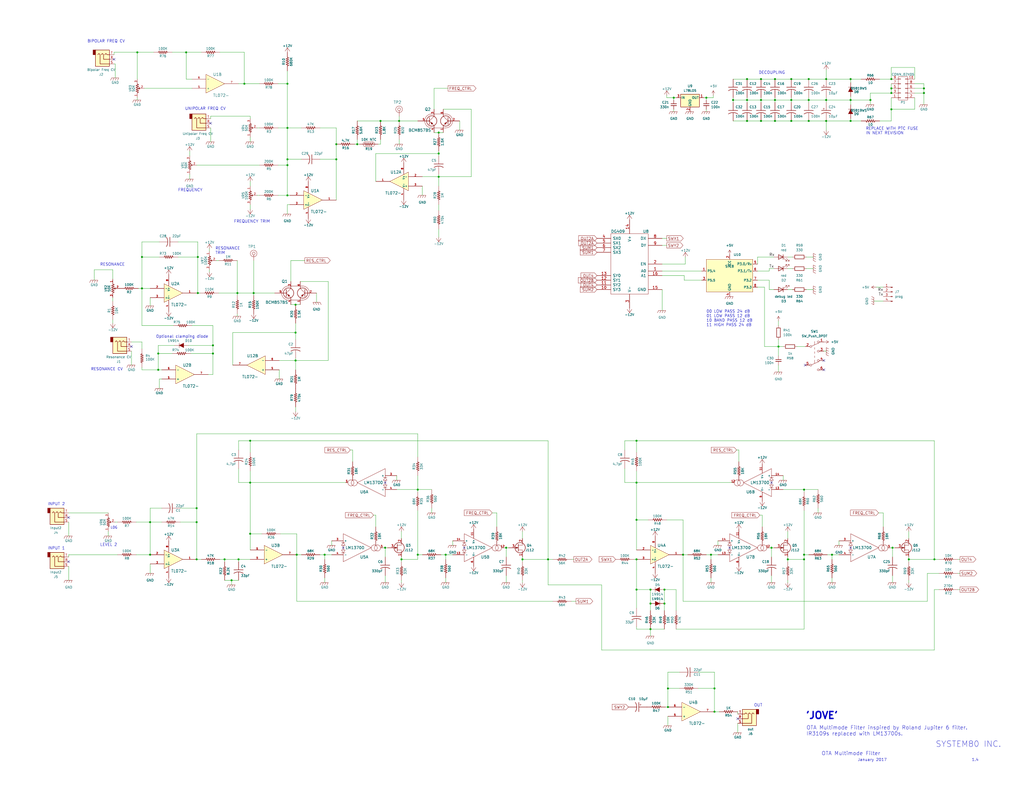
<source format=kicad_sch>
(kicad_sch (version 20230121) (generator eeschema)
  (paper "C")
  (junction (at 354.965 321.945))
  (junction (at 194.945 78.74))
  (junction (at 421.005 299.085))
  (junction (at 122.555 305.435))
  (junction (at 387.985 302.895))
  (junction (at 243.205 302.895))
  (junction (at 486.41 48.26))
  (junction (at 161.29 166.37))
  (junction (at 438.785 267.335))
  (junction (at 441.325 43.18))
  (junction (at 136.525 240.665))
  (junction (at 354.965 329.565))
  (junction (at 156.845 86.995))
  (junction (at 136.525 263.525))
  (junction (at 81.915 302.895))
  (junction (at 385.445 53.34))
  (junction (at 431.8 43.18))
  (junction (at 438.785 305.435))
  (junction (at 372.745 302.895))
  (junction (at 161.29 181.61))
  (junction (at 239.395 72.39))
  (junction (at 227.965 267.335))
  (junction (at 130.175 305.435))
  (junction (at 107.95 160.02))
  (junction (at 431.8 54.61))
  (junction (at 347.345 305.435))
  (junction (at 107.315 305.435))
  (junction (at 81.915 285.115))
  (junction (at 347.345 283.845))
  (junction (at 364.49 386.08))
  (junction (at 107.315 277.495))
  (junction (at 422.91 43.18))
  (junction (at 450.85 54.61))
  (junction (at 415.29 66.04))
  (junction (at 441.325 54.61))
  (junction (at 217.805 66.04))
  (junction (at 474.98 54.61))
  (junction (at 400.05 54.61))
  (junction (at 107.95 140.335))
  (junction (at 431.8 66.04))
  (junction (at 276.225 299.085))
  (junction (at 129.54 160.02))
  (junction (at 285.115 305.435))
  (junction (at 77.47 140.335))
  (junction (at 486.41 43.18))
  (junction (at 156.845 106.68))
  (junction (at 86.36 193.04))
  (junction (at 389.89 375.92))
  (junction (at 156.845 90.17))
  (junction (at 183.515 78.74))
  (junction (at 389.89 388.62))
  (junction (at 239.395 96.52))
  (junction (at 138.43 160.02))
  (junction (at 504.19 48.26))
  (junction (at 101.6 28.575))
  (junction (at 438.785 302.895))
  (junction (at 450.85 43.18))
  (junction (at 464.185 66.04))
  (junction (at 210.185 299.085))
  (junction (at 161.925 302.895))
  (junction (at 362.585 329.565))
  (junction (at 136.525 291.465))
  (junction (at 227.965 302.895))
  (junction (at 504.19 50.8))
  (junction (at 367.665 53.34))
  (junction (at 161.29 196.85))
  (junction (at 133.35 45.72))
  (junction (at 126.365 316.865))
  (junction (at 487.045 299.085))
  (junction (at 495.935 305.435))
  (junction (at 156.845 69.85))
  (junction (at 183.515 86.995))
  (junction (at 441.325 66.04))
  (junction (at 486.41 59.69))
  (junction (at 422.91 66.04))
  (junction (at 486.41 50.8))
  (junction (at 74.93 28.575))
  (junction (at 347.345 321.945))
  (junction (at 424.815 189.23))
  (junction (at 509.905 305.435))
  (junction (at 219.075 305.435))
  (junction (at 116.205 188.595))
  (junction (at 415.29 54.61))
  (junction (at 429.895 305.435))
  (junction (at 177.165 302.895))
  (junction (at 347.345 263.525))
  (junction (at 239.395 83.82))
  (junction (at 347.345 240.665))
  (junction (at 116.205 193.04))
  (junction (at 407.67 43.18))
  (junction (at 450.85 66.04))
  (junction (at 454.025 302.895))
  (junction (at 86.36 201.93))
  (junction (at 415.29 43.18))
  (junction (at 156.845 45.72))
  (junction (at 407.67 66.04))
  (junction (at 464.185 54.61))
  (junction (at 364.49 375.92))
  (junction (at 77.47 157.48))
  (junction (at 299.085 305.435))
  (junction (at 464.185 43.18))
  (junction (at 354.965 343.535))
  (junction (at 207.645 66.04))
  (junction (at 107.315 285.115))
  (junction (at 362.585 321.945))
  (junction (at 422.91 54.61))
  (junction (at 407.67 54.61))
  (no_connect (at 439.42 199.39))
  (no_connect (at 398.145 299.085))
  (no_connect (at 402.59 392.43))
  (no_connect (at 449.58 201.93))
  (no_connect (at 114.935 67.31))
  (no_connect (at 187.325 299.085))
  (no_connect (at 71.755 189.23))
  (no_connect (at 421.005 263.525))
  (no_connect (at 37.465 282.575))
  (no_connect (at 464.185 299.085))
  (no_connect (at 210.185 263.525))
  (no_connect (at 253.365 299.085))
  (no_connect (at 449.58 196.85))
  (no_connect (at 62.23 32.385))
  (no_connect (at 37.465 306.705))
  (wire (pts (xy 158.75 142.24) (xy 166.37 142.24)))
  (wire (pts (xy 240.665 302.895) (xy 243.205 302.895)))
  (wire (pts (xy 216.535 259.715) (xy 216.535 262.255)))
  (wire (pts (xy 103.505 95.25) (xy 103.505 97.79)))
  (wire (pts (xy 402.59 394.97) (xy 402.59 400.05)))
  (wire (pts (xy 509.905 321.945) (xy 512.445 321.945)))
  (wire (pts (xy 422.91 54.61) (xy 422.91 55.88)))
  (wire (pts (xy 239.395 96.52) (xy 239.395 101.6)))
  (wire (pts (xy 74.93 54.61) (xy 74.93 53.34)))
  (wire (pts (xy 495.935 305.435) (xy 509.905 305.435)))
  (wire (pts (xy 130.175 305.435) (xy 130.175 306.705)))
  (wire (pts (xy 400.05 54.61) (xy 400.05 55.88)))
  (wire (pts (xy 95.25 188.595) (xy 86.36 188.595)))
  (wire (pts (xy 51.435 147.32) (xy 51.435 153.035)))
  (wire (pts (xy 77.47 140.335) (xy 77.47 157.48)))
  (wire (pts (xy 210.185 299.085) (xy 211.455 299.085)))
  (wire (pts (xy 136.525 111.76) (xy 136.525 114.3)))
  (wire (pts (xy 151.765 45.72) (xy 156.845 45.72)))
  (wire (pts (xy 368.935 321.945) (xy 368.935 333.375)))
  (wire (pts (xy 440.055 158.115) (xy 443.865 158.115)))
  (wire (pts (xy 362.585 329.565) (xy 362.585 333.375)))
  (wire (pts (xy 205.105 281.305) (xy 205.105 287.655)))
  (wire (pts (xy 385.445 53.34) (xy 384.175 53.34)))
  (wire (pts (xy 102.87 188.595) (xy 116.205 188.595)))
  (wire (pts (xy 429.895 146.685) (xy 432.435 146.685)))
  (wire (pts (xy 427.355 259.715) (xy 427.355 262.255)))
  (wire (pts (xy 268.605 280.035) (xy 271.145 280.035)))
  (wire (pts (xy 177.165 302.895) (xy 177.165 305.435)))
  (wire (pts (xy 107.315 90.17) (xy 141.605 90.17)))
  (wire (pts (xy 130.175 45.72) (xy 133.35 45.72)))
  (wire (pts (xy 419.735 158.115) (xy 419.735 153.035)))
  (wire (pts (xy 419.735 146.685) (xy 422.275 146.685)))
  (wire (pts (xy 114.3 147.32) (xy 114.3 148.59)))
  (wire (pts (xy 415.29 54.61) (xy 422.91 54.61)))
  (wire (pts (xy 400.05 53.34) (xy 400.05 54.61)))
  (wire (pts (xy 424.815 189.23) (xy 427.355 189.23)))
  (wire (pts (xy 236.855 59.69) (xy 236.855 48.26)))
  (wire (pts (xy 158.75 153.67) (xy 158.75 142.24)))
  (wire (pts (xy 363.855 52.07) (xy 363.855 53.34)))
  (wire (pts (xy 116.205 193.04) (xy 116.205 204.47)))
  (wire (pts (xy 81.915 285.115) (xy 88.265 285.115)))
  (wire (pts (xy 368.935 321.945) (xy 362.585 321.945)))
  (wire (pts (xy 151.765 69.85) (xy 156.845 69.85)))
  (wire (pts (xy 101.6 28.575) (xy 101.6 43.18)))
  (wire (pts (xy 152.4 196.85) (xy 161.29 196.85)))
  (wire (pts (xy 340.995 240.665) (xy 340.995 245.745)))
  (wire (pts (xy 243.205 302.895) (xy 243.205 305.435)))
  (wire (pts (xy 75.565 157.48) (xy 77.47 157.48)))
  (wire (pts (xy 438.785 302.895) (xy 441.325 302.895)))
  (wire (pts (xy 140.335 69.85) (xy 141.605 69.85)))
  (wire (pts (xy 161.29 196.85) (xy 161.29 201.93)))
  (wire (pts (xy 328.295 354.965) (xy 509.905 354.965)))
  (wire (pts (xy 499.11 45.72) (xy 504.19 45.72)))
  (wire (pts (xy 368.935 53.34) (xy 367.665 53.34)))
  (wire (pts (xy 37.465 309.245) (xy 37.465 316.865)))
  (wire (pts (xy 429.895 158.115) (xy 432.435 158.115)))
  (wire (pts (xy 236.855 72.39) (xy 239.395 72.39)))
  (wire (pts (xy 285.115 305.435) (xy 299.085 305.435)))
  (wire (pts (xy 179.07 196.85) (xy 179.07 153.67)))
  (wire (pts (xy 107.315 285.115) (xy 98.425 285.115)))
  (wire (pts (xy 77.47 157.48) (xy 77.47 177.8)))
  (wire (pts (xy 401.955 245.745) (xy 403.225 245.745)))
  (wire (pts (xy 129.54 171.45) (xy 129.54 172.72)))
  (wire (pts (xy 438.785 267.335) (xy 438.785 268.605)))
  (wire (pts (xy 74.93 28.575) (xy 74.93 43.18)))
  (wire (pts (xy 77.47 186.69) (xy 77.47 190.5)))
  (wire (pts (xy 239.395 82.55) (xy 239.395 83.82)))
  (wire (pts (xy 340.995 240.665) (xy 347.345 240.665)))
  (wire (pts (xy 347.345 321.945) (xy 347.345 332.105)))
  (wire (pts (xy 486.41 36.83) (xy 486.41 43.18)))
  (wire (pts (xy 354.965 343.535) (xy 362.585 343.535)))
  (wire (pts (xy 370.84 367.03) (xy 364.49 367.03)))
  (wire (pts (xy 93.98 28.575) (xy 101.6 28.575)))
  (wire (pts (xy 107.315 160.02) (xy 107.95 160.02)))
  (wire (pts (xy 364.49 367.03) (xy 364.49 375.92)))
  (wire (pts (xy 476.885 164.465) (xy 481.965 164.465)))
  (wire (pts (xy 129.54 160.02) (xy 129.54 161.29)))
  (wire (pts (xy 431.8 43.18) (xy 441.325 43.18)))
  (wire (pts (xy 429.895 140.335) (xy 432.435 140.335)))
  (wire (pts (xy 499.11 36.83) (xy 486.41 36.83)))
  (wire (pts (xy 486.41 53.34) (xy 486.41 59.69)))
  (wire (pts (xy 126.365 316.865) (xy 126.365 319.405)))
  (wire (pts (xy 239.395 72.39) (xy 241.935 72.39)))
  (wire (pts (xy 138.43 160.02) (xy 149.86 160.02)))
  (wire (pts (xy 354.965 321.945) (xy 347.345 321.945)))
  (wire (pts (xy 400.05 54.61) (xy 407.67 54.61)))
  (wire (pts (xy 364.49 386.08) (xy 363.22 386.08)))
  (wire (pts (xy 487.045 304.165) (xy 487.045 299.085)))
  (wire (pts (xy 429.895 305.435) (xy 429.895 306.705)))
  (wire (pts (xy 216.535 267.335) (xy 227.965 267.335)))
  (wire (pts (xy 136.525 63.5) (xy 136.525 64.77)))
  (wire (pts (xy 434.975 189.23) (xy 439.42 189.23)))
  (wire (pts (xy 86.995 140.335) (xy 77.47 140.335)))
  (wire (pts (xy 37.465 285.115) (xy 37.465 292.735)))
  (wire (pts (xy 230.505 96.52) (xy 239.395 96.52)))
  (wire (pts (xy 419.735 299.085) (xy 421.005 299.085)))
  (wire (pts (xy 88.265 207.01) (xy 86.995 207.01)))
  (wire (pts (xy 158.75 166.37) (xy 161.29 166.37)))
  (wire (pts (xy 227.965 267.335) (xy 227.965 268.605)))
  (wire (pts (xy 438.785 267.335) (xy 446.405 267.335)))
  (wire (pts (xy 486.41 50.8) (xy 474.98 50.8)))
  (wire (pts (xy 129.54 142.24) (xy 129.54 160.02)))
  (wire (pts (xy 156.845 86.995) (xy 156.845 90.17)))
  (wire (pts (xy 422.91 43.18) (xy 431.8 43.18)))
  (wire (pts (xy 347.345 342.265) (xy 347.345 343.535)))
  (wire (pts (xy 486.41 66.04) (xy 480.06 66.04)))
  (wire (pts (xy 276.225 314.325) (xy 276.225 318.135)))
  (wire (pts (xy 217.805 76.2) (xy 217.805 78.74)))
  (wire (pts (xy 354.965 329.565) (xy 354.965 333.375)))
  (wire (pts (xy 104.775 48.26) (xy 78.74 48.26)))
  (wire (pts (xy 441.325 66.04) (xy 450.85 66.04)))
  (wire (pts (xy 174.625 302.895) (xy 177.165 302.895)))
  (wire (pts (xy 487.045 314.325) (xy 487.045 318.135)))
  (wire (pts (xy 299.085 305.435) (xy 299.085 319.405)))
  (wire (pts (xy 77.47 177.8) (xy 94.615 177.8)))
  (wire (pts (xy 86.995 132.08) (xy 77.47 132.08)))
  (wire (pts (xy 363.855 283.845) (xy 372.745 283.845)))
  (wire (pts (xy 504.19 50.8) (xy 504.19 57.15)))
  (wire (pts (xy 413.385 156.845) (xy 417.195 156.845)))
  (wire (pts (xy 450.85 43.18) (xy 464.185 43.18)))
  (wire (pts (xy 506.095 313.055) (xy 512.445 313.055)))
  (wire (pts (xy 400.05 43.18) (xy 407.67 43.18)))
  (wire (pts (xy 347.345 263.525) (xy 399.415 263.525)))
  (wire (pts (xy 438.785 305.435) (xy 429.895 305.435)))
  (wire (pts (xy 487.045 299.085) (xy 488.315 299.085)))
  (wire (pts (xy 506.095 328.295) (xy 506.095 313.055)))
  (wire (pts (xy 486.41 45.72) (xy 486.41 48.26)))
  (wire (pts (xy 257.175 59.69) (xy 241.935 59.69)))
  (wire (pts (xy 133.35 45.72) (xy 141.605 45.72)))
  (wire (pts (xy 235.585 277.495) (xy 235.585 280.035)))
  (wire (pts (xy 119.38 160.02) (xy 129.54 160.02)))
  (wire (pts (xy 152.4 201.93) (xy 152.4 207.01)))
  (wire (pts (xy 419.735 158.115) (xy 422.275 158.115)))
  (wire (pts (xy 93.98 193.04) (xy 86.36 193.04)))
  (wire (pts (xy 391.795 295.275) (xy 391.795 297.815)))
  (wire (pts (xy 183.515 69.85) (xy 183.515 78.74)))
  (wire (pts (xy 347.345 283.845) (xy 347.345 300.355)))
  (wire (pts (xy 126.365 316.865) (xy 130.175 316.865)))
  (wire (pts (xy 194.945 66.04) (xy 207.645 66.04)))
  (wire (pts (xy 77.47 132.08) (xy 77.47 140.335)))
  (wire (pts (xy 450.85 54.61) (xy 450.85 55.88)))
  (wire (pts (xy 219.075 316.865) (xy 219.075 318.135)))
  (wire (pts (xy 61.595 174.625) (xy 61.595 176.53)))
  (wire (pts (xy 361.315 133.985) (xy 363.855 133.985)))
  (wire (pts (xy 107.95 132.08) (xy 107.95 140.335)))
  (wire (pts (xy 101.6 43.18) (xy 104.775 43.18)))
  (wire (pts (xy 400.05 66.04) (xy 407.67 66.04)))
  (wire (pts (xy 438.785 302.895) (xy 438.785 305.435)))
  (wire (pts (xy 415.29 53.34) (xy 415.29 54.61)))
  (wire (pts (xy 130.175 263.525) (xy 136.525 263.525)))
  (wire (pts (xy 285.115 290.195) (xy 285.115 294.005)))
  (wire (pts (xy 156.845 45.72) (xy 156.845 69.85)))
  (wire (pts (xy 429.895 290.195) (xy 429.895 294.005)))
  (wire (pts (xy 361.315 150.495) (xy 373.38 150.495)))
  (wire (pts (xy 522.605 321.945) (xy 523.875 321.945)))
  (wire (pts (xy 346.075 305.435) (xy 347.345 305.435)))
  (wire (pts (xy 495.935 304.165) (xy 495.935 305.435)))
  (wire (pts (xy 299.085 305.435) (xy 301.625 305.435)))
  (wire (pts (xy 367.665 53.34) (xy 367.665 54.61)))
  (wire (pts (xy 116.205 177.8) (xy 116.205 188.595)))
  (wire (pts (xy 373.38 153.035) (xy 373.38 150.495)))
  (wire (pts (xy 438.785 343.535) (xy 368.935 343.535)))
  (wire (pts (xy 464.185 43.18) (xy 469.9 43.18)))
  (wire (pts (xy 179.07 153.67) (xy 163.83 153.67)))
  (wire (pts (xy 479.425 280.035) (xy 481.965 280.035)))
  (wire (pts (xy 210.185 314.325) (xy 210.185 318.135)))
  (wire (pts (xy 161.925 291.465) (xy 161.925 302.895)))
  (wire (pts (xy 454.025 315.595) (xy 454.025 318.135)))
  (wire (pts (xy 421.005 299.085) (xy 422.275 299.085)))
  (wire (pts (xy 413.385 140.335) (xy 413.385 144.145)))
  (wire (pts (xy 402.59 388.62) (xy 402.59 389.89)))
  (wire (pts (xy 77.47 201.93) (xy 86.36 201.93)))
  (wire (pts (xy 372.745 328.295) (xy 506.095 328.295)))
  (wire (pts (xy 250.825 66.04) (xy 250.825 71.12)))
  (wire (pts (xy 361.315 147.955) (xy 382.905 147.955)))
  (wire (pts (xy 247.015 295.275) (xy 247.015 297.815)))
  (wire (pts (xy 499.11 48.26) (xy 504.19 48.26)))
  (wire (pts (xy 441.325 54.61) (xy 441.325 55.88)))
  (wire (pts (xy 486.41 43.18) (xy 480.06 43.18)))
  (wire (pts (xy 427.355 267.335) (xy 438.785 267.335)))
  (wire (pts (xy 156.845 38.735) (xy 156.845 45.72)))
  (wire (pts (xy 347.345 305.435) (xy 347.345 321.945)))
  (wire (pts (xy 509.905 321.945) (xy 509.905 354.965)))
  (wire (pts (xy 464.185 66.04) (xy 469.9 66.04)))
  (wire (pts (xy 74.295 285.115) (xy 81.915 285.115)))
  (wire (pts (xy 504.19 48.26) (xy 504.19 50.8)))
  (wire (pts (xy 122.555 305.435) (xy 130.175 305.435)))
  (wire (pts (xy 285.115 304.165) (xy 285.115 305.435)))
  (wire (pts (xy 415.29 43.18) (xy 422.91 43.18)))
  (wire (pts (xy 481.965 280.035) (xy 481.965 287.655)))
  (wire (pts (xy 363.855 53.34) (xy 367.665 53.34)))
  (wire (pts (xy 236.855 48.26) (xy 244.475 48.26)))
  (wire (pts (xy 407.67 54.61) (xy 407.67 55.88)))
  (wire (pts (xy 239.395 129.54) (xy 239.395 125.095)))
  (wire (pts (xy 107.95 160.02) (xy 109.22 160.02)))
  (wire (pts (xy 207.645 76.2) (xy 207.645 78.74)))
  (wire (pts (xy 81.915 302.895) (xy 74.295 302.895)))
  (wire (pts (xy 364.49 391.16) (xy 364.49 396.24)))
  (wire (pts (xy 136.525 291.465) (xy 136.525 300.355)))
  (wire (pts (xy 389.89 375.92) (xy 389.89 388.62)))
  (wire (pts (xy 419.735 147.955) (xy 419.735 146.685)))
  (wire (pts (xy 227.965 236.855) (xy 227.965 249.555)))
  (wire (pts (xy 422.91 66.04) (xy 431.8 66.04)))
  (wire (pts (xy 464.185 54.61) (xy 474.98 54.61)))
  (wire (pts (xy 140.335 106.68) (xy 141.605 106.68)))
  (wire (pts (xy 347.345 240.665) (xy 509.905 240.665)))
  (wire (pts (xy 446.405 277.495) (xy 446.405 280.035)))
  (wire (pts (xy 183.515 86.995) (xy 183.515 109.22)))
  (wire (pts (xy 415.29 66.04) (xy 422.91 66.04)))
  (wire (pts (xy 424.815 189.23) (xy 417.195 189.23)))
  (wire (pts (xy 347.345 343.535) (xy 354.965 343.535)))
  (wire (pts (xy 122.555 316.865) (xy 126.365 316.865)))
  (wire (pts (xy 101.6 28.575) (xy 109.855 28.575)))
  (wire (pts (xy 419.735 147.955) (xy 413.385 147.955)))
  (wire (pts (xy 164.465 86.995) (xy 156.845 86.995)))
  (wire (pts (xy 381 375.92) (xy 389.89 375.92)))
  (wire (pts (xy 464.185 54.61) (xy 464.185 57.15)))
  (wire (pts (xy 299.085 240.665) (xy 299.085 305.435)))
  (wire (pts (xy 239.395 96.52) (xy 257.175 96.52)))
  (wire (pts (xy 387.985 302.895) (xy 387.985 305.435)))
  (wire (pts (xy 457.835 295.275) (xy 457.835 297.815)))
  (wire (pts (xy 478.155 156.845) (xy 481.965 156.845)))
  (wire (pts (xy 389.89 388.62) (xy 392.43 388.62)))
  (wire (pts (xy 120.015 305.435) (xy 122.555 305.435)))
  (wire (pts (xy 71.755 191.77) (xy 71.755 199.39)))
  (wire (pts (xy 136.525 240.665) (xy 136.525 247.015)))
  (wire (pts (xy 136.525 291.465) (xy 142.875 291.465)))
  (wire (pts (xy 362.585 321.945) (xy 362.585 329.565)))
  (wire (pts (xy 156.845 90.17) (xy 156.845 106.68)))
  (wire (pts (xy 227.965 302.895) (xy 227.965 305.435)))
  (wire (pts (xy 285.115 316.865) (xy 285.115 318.135)))
  (wire (pts (xy 129.54 160.02) (xy 138.43 160.02)))
  (wire (pts (xy 415.29 54.61) (xy 415.29 55.88)))
  (wire (pts (xy 192.405 245.745) (xy 192.405 252.095)))
  (wire (pts (xy 138.43 160.02) (xy 138.43 161.29)))
  (wire (pts (xy 387.985 315.595) (xy 387.985 318.135)))
  (wire (pts (xy 161.925 328.295) (xy 301.625 328.295)))
  (wire (pts (xy 161.29 181.61) (xy 127 181.61)))
  (wire (pts (xy 61.595 147.32) (xy 51.435 147.32)))
  (wire (pts (xy 474.98 54.61) (xy 474.98 57.15)))
  (wire (pts (xy 413.385 140.335) (xy 422.275 140.335)))
  (wire (pts (xy 431.8 54.61) (xy 431.8 55.88)))
  (wire (pts (xy 372.745 302.895) (xy 375.285 302.895)))
  (wire (pts (xy 97.155 140.335) (xy 107.95 140.335)))
  (wire (pts (xy 421.005 314.325) (xy 421.005 318.135)))
  (wire (pts (xy 81.915 307.975) (xy 81.915 313.055)))
  (wire (pts (xy 86.995 207.01) (xy 86.995 212.09)))
  (wire (pts (xy 136.525 74.93) (xy 136.525 77.47)))
  (wire (pts (xy 522.605 313.055) (xy 523.875 313.055)))
  (wire (pts (xy 499.11 53.34) (xy 499.11 59.69)))
  (wire (pts (xy 122.555 305.435) (xy 122.555 306.705)))
  (wire (pts (xy 276.225 299.085) (xy 277.495 299.085)))
  (wire (pts (xy 441.325 53.34) (xy 441.325 54.61)))
  (wire (pts (xy 440.055 140.335) (xy 443.865 140.335)))
  (wire (pts (xy 205.105 83.82) (xy 205.105 99.06)))
  (wire (pts (xy 495.935 316.865) (xy 495.935 318.135)))
  (wire (pts (xy 161.29 222.25) (xy 161.29 224.79)))
  (wire (pts (xy 389.255 53.34) (xy 389.255 52.07)))
  (wire (pts (xy 130.175 305.435) (xy 136.525 305.435)))
  (wire (pts (xy 440.055 146.685) (xy 443.865 146.685)))
  (wire (pts (xy 62.865 34.925) (xy 62.865 42.545)))
  (wire (pts (xy 441.325 43.18) (xy 450.85 43.18)))
  (wire (pts (xy 116.205 188.595) (xy 116.205 193.04)))
  (wire (pts (xy 116.205 204.47) (xy 113.665 204.47)))
  (wire (pts (xy 257.175 96.52) (xy 257.175 59.69)))
  (wire (pts (xy 422.91 53.34) (xy 422.91 54.61)))
  (wire (pts (xy 403.225 245.745) (xy 403.225 252.095)))
  (wire (pts (xy 217.805 63.5) (xy 217.805 66.04)))
  (wire (pts (xy 450.85 66.04) (xy 450.85 71.12)))
  (wire (pts (xy 374.015 144.145) (xy 374.015 140.335)))
  (wire (pts (xy 454.025 302.895) (xy 457.835 302.895)))
  (wire (pts (xy 421.005 304.165) (xy 421.005 299.085)))
  (wire (pts (xy 118.11 142.24) (xy 119.38 142.24)))
  (wire (pts (xy 274.955 299.085) (xy 276.225 299.085)))
  (wire (pts (xy 431.8 53.34) (xy 431.8 54.61)))
  (wire (pts (xy 161.29 196.85) (xy 179.07 196.85)))
  (wire (pts (xy 74.93 28.575) (xy 83.82 28.575)))
  (wire (pts (xy 151.765 106.68) (xy 156.845 106.68)))
  (wire (pts (xy 136.525 263.525) (xy 136.525 291.465)))
  (wire (pts (xy 499.11 43.18) (xy 499.11 36.83)))
  (wire (pts (xy 62.865 285.115) (xy 64.135 285.115)))
  (wire (pts (xy 161.29 181.61) (xy 161.29 185.42)))
  (wire (pts (xy 464.185 64.77) (xy 464.185 66.04)))
  (wire (pts (xy 364.49 375.92) (xy 370.84 375.92)))
  (wire (pts (xy 499.11 59.69) (xy 486.41 59.69)))
  (wire (pts (xy 407.67 43.18) (xy 415.29 43.18)))
  (wire (pts (xy 136.525 263.525) (xy 188.595 263.525)))
  (wire (pts (xy 328.295 319.405) (xy 328.295 354.965)))
  (wire (pts (xy 414.655 281.305) (xy 415.925 281.305)))
  (wire (pts (xy 340.995 263.525) (xy 347.345 263.525)))
  (wire (pts (xy 407.67 53.34) (xy 407.67 54.61)))
  (wire (pts (xy 424.815 185.42) (xy 424.815 189.23)))
  (wire (pts (xy 227.965 278.765) (xy 227.965 302.895)))
  (wire (pts (xy 103.505 82.55) (xy 103.505 85.09)))
  (wire (pts (xy 130.175 240.665) (xy 130.175 245.745)))
  (wire (pts (xy 450.85 53.34) (xy 450.85 54.61)))
  (wire (pts (xy 347.345 240.665) (xy 347.345 247.015)))
  (wire (pts (xy 299.085 319.405) (xy 328.295 319.405)))
  (wire (pts (xy 98.425 277.495) (xy 107.315 277.495)))
  (wire (pts (xy 429.895 304.165) (xy 429.895 305.435)))
  (wire (pts (xy 156.845 69.85) (xy 156.845 86.995)))
  (wire (pts (xy 227.965 305.435) (xy 219.075 305.435)))
  (wire (pts (xy 431.8 66.04) (xy 441.325 66.04)))
  (wire (pts (xy 424.815 175.26) (xy 424.815 177.8)))
  (wire (pts (xy 438.785 305.435) (xy 438.785 343.535)))
  (wire (pts (xy 486.41 48.26) (xy 486.41 50.8)))
  (wire (pts (xy 227.965 302.895) (xy 230.505 302.895)))
  (wire (pts (xy 138.43 142.24) (xy 138.43 160.02)))
  (wire (pts (xy 174.625 86.995) (xy 183.515 86.995)))
  (wire (pts (xy 130.175 255.905) (xy 130.175 263.525)))
  (wire (pts (xy 114.935 63.5) (xy 136.525 63.5)))
  (wire (pts (xy 194.945 78.74) (xy 196.215 78.74)))
  (wire (pts (xy 389.89 367.03) (xy 389.89 375.92)))
  (wire (pts (xy 385.445 60.96) (xy 385.445 59.69)))
  (wire (pts (xy 156.845 106.68) (xy 158.115 106.68)))
  (wire (pts (xy 219.075 305.435) (xy 219.075 306.705)))
  (wire (pts (xy 509.905 240.665) (xy 509.905 305.435)))
  (wire (pts (xy 230.505 101.6) (xy 230.505 106.68)))
  (wire (pts (xy 114.935 63.5) (xy 114.935 64.77)))
  (wire (pts (xy 285.115 305.435) (xy 285.115 306.705)))
  (wire (pts (xy 227.965 259.715) (xy 227.965 267.335)))
  (wire (pts (xy 191.135 245.745) (xy 192.405 245.745)))
  (wire (pts (xy 130.175 240.665) (xy 136.525 240.665)))
  (wire (pts (xy 486.41 59.69) (xy 486.41 66.04)))
  (wire (pts (xy 161.925 302.895) (xy 161.925 328.295)))
  (wire (pts (xy 454.025 302.895) (xy 454.025 305.435)))
  (wire (pts (xy 239.395 114.935) (xy 239.395 111.76)))
  (wire (pts (xy 136.525 240.665) (xy 299.085 240.665)))
  (wire (pts (xy 239.395 95.25) (xy 239.395 96.52)))
  (wire (pts (xy 156.845 111.76) (xy 156.845 116.84)))
  (wire (pts (xy 153.035 291.465) (xy 161.925 291.465)))
  (wire (pts (xy 419.735 153.035) (xy 413.385 153.035)))
  (wire (pts (xy 361.315 158.115) (xy 361.315 169.545)))
  (wire (pts (xy 464.185 52.705) (xy 464.185 54.61)))
  (wire (pts (xy 203.835 281.305) (xy 205.105 281.305)))
  (wire (pts (xy 407.67 66.04) (xy 415.29 66.04)))
  (wire (pts (xy 71.755 186.69) (xy 77.47 186.69)))
  (wire (pts (xy 387.985 302.895) (xy 391.795 302.895)))
  (wire (pts (xy 62.23 28.575) (xy 62.23 29.845)))
  (wire (pts (xy 61.595 162.56) (xy 61.595 164.465)))
  (wire (pts (xy 116.205 193.04) (xy 104.14 193.04)))
  (wire (pts (xy 208.915 299.085) (xy 210.185 299.085)))
  (wire (pts (xy 120.015 28.575) (xy 133.35 28.575)))
  (wire (pts (xy 62.23 28.575) (xy 74.93 28.575)))
  (wire (pts (xy 107.315 236.855) (xy 107.315 277.495)))
  (wire (pts (xy 207.645 66.04) (xy 217.805 66.04)))
  (wire (pts (xy 385.445 54.61) (xy 385.445 53.34)))
  (wire (pts (xy 86.36 193.04) (xy 86.36 201.93)))
  (wire (pts (xy 136.525 99.06) (xy 136.525 101.6)))
  (wire (pts (xy 441.325 54.61) (xy 450.85 54.61)))
  (wire (pts (xy 311.785 328.295) (xy 314.325 328.295)))
  (wire (pts (xy 104.775 177.8) (xy 116.205 177.8)))
  (wire (pts (xy 177.165 302.895) (xy 180.975 302.895)))
  (wire (pts (xy 347.345 257.175) (xy 347.345 263.525)))
  (wire (pts (xy 217.805 66.04) (xy 227.965 66.04)))
  (wire (pts (xy 431.8 54.61) (xy 441.325 54.61)))
  (wire (pts (xy 424.815 199.39) (xy 424.815 203.2)))
  (wire (pts (xy 451.485 302.895) (xy 454.025 302.895)))
  (wire (pts (xy 438.785 278.765) (xy 438.785 302.895)))
  (wire (pts (xy 361.315 144.145) (xy 374.015 144.145)))
  (wire (pts (xy 219.075 304.165) (xy 219.075 305.435)))
  (wire (pts (xy 77.47 157.48) (xy 81.915 157.48)))
  (wire (pts (xy 107.315 305.435) (xy 109.855 305.435)))
  (wire (pts (xy 177.165 315.595) (xy 177.165 318.135)))
  (wire (pts (xy 37.465 302.895) (xy 37.465 304.165)))
  (wire (pts (xy 385.445 302.895) (xy 387.985 302.895)))
  (wire (pts (xy 424.815 189.23) (xy 424.815 194.31)))
  (wire (pts (xy 37.465 302.895) (xy 64.135 302.895)))
  (wire (pts (xy 311.785 305.435) (xy 313.055 305.435)))
  (wire (pts (xy 271.145 280.035) (xy 271.145 287.655)))
  (wire (pts (xy 107.315 285.115) (xy 107.315 305.435)))
  (wire (pts (xy 37.465 280.035) (xy 59.055 280.035)))
  (wire (pts (xy 114.3 135.89) (xy 114.3 137.16)))
  (wire (pts (xy 207.645 78.74) (xy 206.375 78.74)))
  (wire (pts (xy 474.98 50.8) (xy 474.98 54.61)))
  (wire (pts (xy 61.595 152.4) (xy 61.595 147.32)))
  (wire (pts (xy 156.845 90.17) (xy 151.765 90.17)))
  (wire (pts (xy 158.115 111.76) (xy 156.845 111.76)))
  (wire (pts (xy 354.965 343.535) (xy 354.965 347.345)))
  (wire (pts (xy 136.525 257.175) (xy 136.525 263.525)))
  (wire (pts (xy 107.315 236.855) (xy 227.965 236.855)))
  (wire (pts (xy 180.975 295.275) (xy 180.975 297.815)))
  (wire (pts (xy 243.205 302.895) (xy 247.015 302.895)))
  (wire (pts (xy 347.345 263.525) (xy 347.345 283.845)))
  (wire (pts (xy 227.965 267.335) (xy 235.585 267.335)))
  (wire (pts (xy 97.155 132.08) (xy 107.95 132.08)))
  (wire (pts (xy 133.35 28.575) (xy 133.35 45.72)))
  (wire (pts (xy 367.665 59.69) (xy 367.665 60.96)))
  (wire (pts (xy 485.775 299.085) (xy 487.045 299.085)))
  (wire (pts (xy 417.195 189.23) (xy 417.195 156.845)))
  (wire (pts (xy 372.745 283.845) (xy 372.745 302.895)))
  (wire (pts (xy 81.915 277.495) (xy 81.915 285.115)))
  (wire (pts (xy 361.315 130.175) (xy 363.855 130.175)))
  (wire (pts (xy 347.345 283.845) (xy 353.695 283.845)))
  (wire (pts (xy 239.395 83.82) (xy 205.105 83.82)))
  (wire (pts (xy 161.29 166.37) (xy 163.83 166.37)))
  (wire (pts (xy 77.47 200.66) (xy 77.47 201.93)))
  (wire (pts (xy 81.915 162.56) (xy 81.915 167.005)))
  (wire (pts (xy 464.185 45.085) (xy 464.185 43.18)))
  (wire (pts (xy 81.915 285.115) (xy 81.915 302.895)))
  (wire (pts (xy 450.85 66.04) (xy 464.185 66.04)))
  (wire (pts (xy 161.925 302.895) (xy 164.465 302.895)))
  (wire (pts (xy 389.255 53.34) (xy 385.445 53.34)))
  (wire (pts (xy 364.49 375.92) (xy 364.49 386.08)))
  (wire (pts (xy 495.935 290.195) (xy 495.935 294.005)))
  (wire (pts (xy 127 181.61) (xy 127 199.39)))
  (wire (pts (xy 219.075 290.195) (xy 219.075 294.005)))
  (wire (pts (xy 407.67 54.61) (xy 415.29 54.61)))
  (wire (pts (xy 161.29 176.53) (xy 161.29 181.61)))
  (wire (pts (xy 107.95 140.335) (xy 107.95 160.02)))
  (wire (pts (xy 354.965 321.945) (xy 354.965 329.565)))
  (wire (pts (xy 422.91 54.61) (xy 431.8 54.61)))
  (wire (pts (xy 107.315 277.495) (xy 107.315 285.115)))
  (wire (pts (xy 193.675 78.74) (xy 194.945 78.74)))
  (wire (pts (xy 161.29 195.58) (xy 161.29 196.85)))
  (wire (pts (xy 429.895 316.865) (xy 429.895 318.135)))
  (wire (pts (xy 449.58 191.77) (xy 450.85 191.77)))
  (wire (pts (xy 62.865 34.925) (xy 62.23 34.925)))
  (wire (pts (xy 172.72 160.02) (xy 172.72 165.1)))
  (wire (pts (xy 373.38 153.035) (xy 382.905 153.035)))
  (wire (pts (xy 210.185 304.165) (xy 210.185 299.085)))
  (wire (pts (xy 114.935 69.85) (xy 114.935 77.47)))
  (wire (pts (xy 450.85 54.61) (xy 464.185 54.61)))
  (wire (pts (xy 174.625 69.85) (xy 183.515 69.85)))
  (wire (pts (xy 522.605 305.435) (xy 523.875 305.435)))
  (wire (pts (xy 504.19 45.72) (xy 504.19 48.26)))
  (wire (pts (xy 156.845 69.85) (xy 164.465 69.85)))
  (wire (pts (xy 59.055 290.195) (xy 59.055 292.735)))
  (wire (pts (xy 276.225 304.165) (xy 276.225 299.085)))
  (wire (pts (xy 183.515 78.74) (xy 183.515 86.995)))
  (wire (pts (xy 415.925 281.305) (xy 415.925 287.655)))
  (wire (pts (xy 86.36 188.595) (xy 86.36 193.04)))
  (wire (pts (xy 243.205 315.595) (xy 243.205 318.135)))
  (wire (pts (xy 239.395 83.82) (xy 239.395 85.09)))
  (wire (pts (xy 372.745 302.895) (xy 372.745 328.295)))
  (wire (pts (xy 88.265 277.495) (xy 81.915 277.495)))
  (wire (pts (xy 86.36 201.93) (xy 88.265 201.93)))
  (wire (pts (xy 381 367.03) (xy 389.89 367.03)))
  (wire (pts (xy 340.995 255.905) (xy 340.995 263.525)))
  (wire (pts (xy 495.935 305.435) (xy 495.935 306.705)))
  (wire (pts (xy 450.85 43.18) (xy 450.85 38.1)))
  (wire (pts (xy 194.945 76.2) (xy 194.945 78.74)))
  (wire (pts (xy 499.11 50.8) (xy 504.19 50.8)))
  (wire (pts (xy 509.905 305.435) (xy 512.445 305.435)))
  (text "DECOUPLING" (at 414.02 40.64 0) (effects (font (size 1.524 1.524)) (justify left bottom)))
  (text "OUT" (at 411.48 386.08 0) (effects (font (size 1.524 1.524)) (justify left bottom)))
  (text "REPLACE WITH PTC FUSE \nIN NEXT REVISION" (at 472.44 73.66 0) (effects (font (size 1.524 1.524)) (justify left bottom)))
  (text "'JOVE'" (at 439.42 393.065 0) (effects (font (size 3.81 3.81) (thickness 0.762) bold) (justify left bottom)))
  (text "BIPOLAR FREQ CV" (at 47.625 23.495 0) (effects (font (size 1.524 1.524)) (justify left bottom)))
  (text "OTA Multimode Filter" (at 448.31 412.75 0) (effects (font (size 2.032 2.032)) (justify left bottom)))
  (text "UNIPOLAR FREQ CV" (at 100.965 60.325 0) (effects (font (size 1.524 1.524)) (justify left bottom)))
  (text "LOG" (at 64.135 288.925 0) (effects (font (size 1.27 1.27)) (justify right bottom)))
  (text "RESONANCE CV" (at 49.53 202.565 0) (effects (font (size 1.524 1.524)) (justify left bottom)))
  (text "LEVEL 2" (at 54.61 298.45 0) (effects (font (size 1.524 1.524)) (justify left bottom)))
  (text "1.4" (at 530.225 415.925 0) (effects (font (size 1.524 1.524)) (justify left bottom)))
  (text "Optional clamping diode" (at 85.09 184.785 0) (effects (font (size 1.524 1.524)) (justify left bottom)))
  (text "FREQUENCY" (at 97.155 104.775 0) (effects (font (size 1.524 1.524)) (justify left bottom)))
  (text "RESONANCE" (at 54.61 145.415 0) (effects (font (size 1.524 1.524)) (justify left bottom)))
  (text "00 LOW PASS 24 dB\n01 LOW PASS 12 dB\n10 BAND PASS 12 dB\n11 HIGH PASS 24 dB" (at 385.445 178.435 0) (effects (font (size 1.524 1.524)) (justify left bottom)))
  (text "OTA Multimode Filter inspired by Roland Jupiter 6 filter. \nIR3109s replaced with LM13700s." (at 440.055 401.955 0) (effects (font (size 2.032 2.032)) (justify left bottom)))
  (text "RESONANCE\nTRIM" (at 117.475 139.065 0) (effects (font (size 1.524 1.524)) (justify left bottom)))
  (text "FREQUENCY TRIM" (at 127.635 121.92 0) (effects (font (size 1.524 1.524)) (justify left bottom)))
  (text "January 2017" (at 467.995 415.925 0) (effects (font (size 1.524 1.524)) (justify left bottom)))
  (text "INPUT 1" (at 26.035 300.355 0) (effects (font (size 1.524 1.524)) (justify left bottom)))
  (text "INPUT 2" (at 26.035 276.225 0) (effects (font (size 1.524 1.524)) (justify left bottom)))
  (text "SYSTEM80 INC." (at 510.54 408.305 0) (effects (font (size 3.175 3.175)) (justify left bottom)))
  (label "Rx" (at 481.965 159.385 180) (effects (font (size 1.524 1.524))))
  (label "Tx" (at 419.735 146.685 0) (effects (font (size 1.524 1.524))))
  (label "Rx" (at 419.735 140.335 0) (effects (font (size 1.524 1.524))))
  (label "Tx" (at 481.965 161.925 180) (effects (font (size 1.524 1.524))))
  (global_label "OUT2A" (shape input) (at 325.755 132.715 180) (effects (font (size 1.524 1.524))) (property "Intersheetrefs" "${INTERSHEET_REFS}" (effects hide)))
  (global_label "RES_CTRL" (shape input) (at 191.135 245.745 180) (effects (font (size 1.524 1.524))) (property "Intersheetrefs" "${INTERSHEET_REFS}" (effects hide)))
  (global_label "SWY2" (shape input) (at 342.9 386.08 180) (effects (font (size 1.524 1.524))) (property "Intersheetrefs" "${INTERSHEET_REFS}" (effects hide)))
  (global_label "OUT4" (shape input) (at 325.755 150.495 180) (effects (font (size 1.524 1.524))) (property "Intersheetrefs" "${INTERSHEET_REFS}" (effects hide)))
  (global_label "FREQ_CTRL" (shape input) (at 268.605 280.035 180) (effects (font (size 1.524 1.524))) (property "Intersheetrefs" "${INTERSHEET_REFS}" (effects hide)))
  (global_label "SUM2" (shape input) (at 325.755 158.115 180) (effects (font (size 1.524 1.524))) (property "Intersheetrefs" "${INTERSHEET_REFS}" (effects hide)))
  (global_label "FREQ_CTRL" (shape output) (at 244.475 48.26 0) (effects (font (size 1.524 1.524))) (property "Intersheetrefs" "${INTERSHEET_REFS}" (effects hide)))
  (global_label "RES_CTRL" (shape input) (at 401.955 245.745 180) (effects (font (size 1.524 1.524))) (property "Intersheetrefs" "${INTERSHEET_REFS}" (effects hide)))
  (global_label "FREQ_CTRL" (shape input) (at 414.655 281.305 180) (effects (font (size 1.524 1.524))) (property "Intersheetrefs" "${INTERSHEET_REFS}" (effects hide)))
  (global_label "SUM1" (shape output) (at 314.325 328.295 0) (effects (font (size 1.524 1.524))) (property "Intersheetrefs" "${INTERSHEET_REFS}" (effects hide)))
  (global_label "SUM1" (shape input) (at 325.755 135.255 180) (effects (font (size 1.524 1.524))) (property "Intersheetrefs" "${INTERSHEET_REFS}" (effects hide)))
  (global_label "SWX1" (shape output) (at 363.855 130.175 0) (effects (font (size 1.524 1.524))) (property "Intersheetrefs" "${INTERSHEET_REFS}" (effects hide)))
  (global_label "OUT2A" (shape output) (at 313.055 305.435 0) (effects (font (size 1.524 1.524))) (property "Intersheetrefs" "${INTERSHEET_REFS}" (effects hide)))
  (global_label "FREQ_CTRL" (shape input) (at 479.425 280.035 180) (effects (font (size 1.524 1.524))) (property "Intersheetrefs" "${INTERSHEET_REFS}" (effects hide)))
  (global_label "OUT4" (shape input) (at 325.755 155.575 180) (effects (font (size 1.524 1.524))) (property "Intersheetrefs" "${INTERSHEET_REFS}" (effects hide)))
  (global_label "SWX1" (shape input) (at 335.915 305.435 180) (effects (font (size 1.524 1.524))) (property "Intersheetrefs" "${INTERSHEET_REFS}" (effects hide)))
  (global_label "FREQ_CTRL" (shape input) (at 203.835 281.305 180) (effects (font (size 1.524 1.524))) (property "Intersheetrefs" "${INTERSHEET_REFS}" (effects hide)))
  (global_label "OUT4" (shape output) (at 523.875 305.435 0) (effects (font (size 1.524 1.524))) (property "Intersheetrefs" "${INTERSHEET_REFS}" (effects hide)))
  (global_label "SUM2" (shape output) (at 523.875 313.055 0) (effects (font (size 1.524 1.524))) (property "Intersheetrefs" "${INTERSHEET_REFS}" (effects hide)))
  (global_label "SWY2" (shape output) (at 363.855 133.985 0) (effects (font (size 1.524 1.524))) (property "Intersheetrefs" "${INTERSHEET_REFS}" (effects hide)))
  (global_label "OUT2B" (shape input) (at 325.755 153.035 180) (effects (font (size 1.524 1.524))) (property "Intersheetrefs" "${INTERSHEET_REFS}" (effects hide)))
  (global_label "SUM1" (shape input) (at 325.755 137.795 180) (effects (font (size 1.524 1.524))) (property "Intersheetrefs" "${INTERSHEET_REFS}" (effects hide)))
  (global_label "OUT2B" (shape output) (at 523.875 321.945 0) (effects (font (size 1.524 1.524))) (property "Intersheetrefs" "${INTERSHEET_REFS}" (effects hide)))
  (global_label "RES_CTRL" (shape output) (at 166.37 142.24 0) (effects (font (size 1.524 1.524))) (property "Intersheetrefs" "${INTERSHEET_REFS}" (effects hide)))
  (global_label "OUT2A" (shape input) (at 325.755 130.175 180) (effects (font (size 1.524 1.524))) (property "Intersheetrefs" "${INTERSHEET_REFS}" (effects hide)))
  (symbol (lib_id "Jove-rescue:TL072-") (at 170.815 109.22 0) (unit 1)
    (property "Reference" "U1" (at 169.545 104.14 0) (effects (font (size 1.524 1.524)) (justify left)))
    (property "Value" "TL072-" (at 169.545 115.57 0) (effects (font (size 1.524 1.524)) (justify left)))
    (property "Footprint" "Package_SO:SOIC-8_3.9x4.9mm_P1.27mm" (effects hide))
  )
  (symbol (lib_id "Jove-rescue:TL072-") (at 94.615 160.02 0) (unit 1)
    (property "Reference" "U2" (at 93.345 154.94 0) (effects (font (size 1.524 1.524)) (justify left)))
    (property "Value" "TL072-" (at 93.345 166.37 0) (effects (font (size 1.524 1.524)) (justify left)))
    (property "Footprint" "Package_SO:SOIC-8_3.9x4.9mm_P1.27mm" (effects hide))
  )
  (symbol (lib_id "Jove-rescue:LM13700") (at 196.215 299.085 0) (unit 1)
    (property "Reference" "U5" (at 198.755 304.165 0) (effects (font (size 1.524 1.524))))
    (property "Value" "LM13700" (at 193.675 299.085 0) (effects (font (size 1.524 1.524))))
    (property "Footprint" "Package_SO:SOIC-16_3.9x9.9mm_P1.27mm" (effects hide))
  )
  (symbol (lib_id "Jove-rescue:BCM857BS") (at 239.395 66.04 0) (mirror y) (unit 1)
    (property "Reference" "Q2" (at 231.775 59.69 0) (effects (font (size 1.524 1.524)) (justify right)))
    (property "Value" "BCM857BS" (at 222.885 71.12 0) (effects (font (size 1.524 1.524)) (justify right)))
    (property "Footprint" "Package_TO_SOT_SMD:SOT-363_SC-70-6" (effects hide))
  )
  (symbol (lib_id "Jove-rescue:CP_US") (at 347.98 386.08 270) (unit 1)
    (property "Reference" "C10" (at 342.9 381.635 90) (effects (justify left)))
    (property "Value" "10μF" (at 348.615 381.635 90) (effects (justify left)))
    (property "Footprint" "Capacitor_Tantalum_SMD:CP_EIA-3216-18_Kemet-A" (effects hide))
  )
  (symbol (lib_id "Jove-rescue:R_US") (at 146.685 106.68 270) (unit 1)
    (property "Reference" "R6" (at 146.685 108.712 90))
    (property "Value" "200K" (at 146.685 104.648 90))
    (property "Footprint" "Resistor_SMD:R_0603_1608Metric" (effects hide))
  )
  (symbol (lib_id "Jove-rescue:POT_US") (at 136.525 106.68 270) (unit 1)
    (property "Reference" "VR5" (at 132.715 106.68 0))
    (property "Value" "100K" (at 134.493 106.68 0))
    (property "Footprint" "Potentiometer_SMD:Potentiometer_Bourns_TC33X_Vertical" (effects hide))
  )
  (symbol (lib_id "Jove-rescue:+12V") (at 168.275 99.06 0) (unit 1)
    (property "Reference" "#PWR033" (effects hide))
    (property "Value" "+12V" (at 168.275 95.504 0))
  )
  (symbol (lib_id "Jove-rescue:-12V") (at 168.275 119.38 180) (unit 1)
    (property "Reference" "#PWR034" (effects hide))
    (property "Value" "-12V" (at 168.275 122.936 0))
  )
  (symbol (lib_id "Jove-rescue:+12V") (at 136.525 99.06 0) (unit 1)
    (property "Reference" "#PWR024" (effects hide))
    (property "Value" "+12V" (at 136.525 95.504 0))
  )
  (symbol (lib_id "Jove-rescue:-12V") (at 136.525 114.3 180) (unit 1)
    (property "Reference" "#PWR025" (effects hide))
    (property "Value" "-12V" (at 136.525 117.856 0))
  )
  (symbol (lib_id "Jove-rescue:R_US") (at 146.685 90.17 270) (unit 1)
    (property "Reference" "R5" (at 146.685 92.202 90))
    (property "Value" "200K" (at 146.685 88.138 90))
    (property "Footprint" "Resistor_SMD:R_0603_1608Metric" (effects hide))
  )
  (symbol (lib_id "Jove-rescue:POT_US") (at 103.505 90.17 270) (mirror x) (unit 1)
    (property "Reference" "VR1" (at 99.695 90.17 0))
    (property "Value" "50K" (at 101.473 90.17 0))
    (property "Footprint" "Genson_Potentiometers:Potentiometer_RK09_RV09_Vertical" (effects hide))
  )
  (symbol (lib_id "Jove-rescue:+12V") (at 103.505 82.55 0) (unit 1)
    (property "Reference" "#PWR016" (effects hide))
    (property "Value" "+12V" (at 103.505 78.994 0))
  )
  (symbol (lib_id "Jove-rescue:GND") (at 103.505 97.79 0) (unit 1)
    (property "Reference" "#PWR017" (effects hide))
    (property "Value" "GND" (at 103.505 101.6 0))
  )
  (symbol (lib_id "Jove-rescue:POT_US") (at 136.525 69.85 270) (mirror x) (unit 1)
    (property "Reference" "VR4" (at 132.715 69.85 0))
    (property "Value" "50K" (at 134.493 69.85 0))
    (property "Footprint" "Genson_Potentiometers:Potentiometer_RK09_RV09_Vertical" (effects hide))
  )
  (symbol (lib_id "Jove-rescue:GND") (at 62.865 42.545 0) (unit 1)
    (property "Reference" "#PWR06" (effects hide))
    (property "Value" "GND" (at 62.865 45.085 0))
  )
  (symbol (lib_id "Jove-rescue:R_US") (at 146.685 69.85 270) (unit 1)
    (property "Reference" "R3" (at 146.685 71.882 90))
    (property "Value" "100K" (at 146.685 67.818 90))
    (property "Footprint" "Resistor_SMD:R_0603_1608Metric" (effects hide))
  )
  (symbol (lib_id "Jove-rescue:POT_US") (at 74.93 48.26 270) (mirror x) (unit 1)
    (property "Reference" "VR3" (at 71.12 48.26 0))
    (property "Value" "50K" (at 72.898 48.26 0))
    (property "Footprint" "Genson_Potentiometers:Potentiometer_RK09_RV09_Vertical" (effects hide))
  )
  (symbol (lib_id "Jove-rescue:GND") (at 136.525 77.47 0) (unit 1)
    (property "Reference" "#PWR023" (effects hide))
    (property "Value" "GND" (at 136.525 80.01 0))
  )
  (symbol (lib_id "Jove-rescue:GND") (at 114.935 77.47 0) (unit 1)
    (property "Reference" "#PWR020" (effects hide))
    (property "Value" "GND" (at 114.935 80.01 0))
  )
  (symbol (lib_id "Jove-rescue:R_US") (at 156.845 33.655 180) (unit 1)
    (property "Reference" "R10" (at 154.813 33.655 90))
    (property "Value" "680K" (at 158.877 33.655 90))
    (property "Footprint" "Resistor_SMD:R_0603_1608Metric" (effects hide))
  )
  (symbol (lib_id "Jove-rescue:R_US") (at 169.545 69.85 270) (unit 1)
    (property "Reference" "R13" (at 169.545 71.882 90))
    (property "Value" "47K" (at 169.545 67.818 90))
    (property "Footprint" "Resistor_SMD:R_0603_1608Metric" (effects hide))
  )
  (symbol (lib_id "Jove-rescue:+12V") (at 156.845 28.575 0) (unit 1)
    (property "Reference" "#PWR030" (effects hide))
    (property "Value" "+12V" (at 156.845 25.019 0))
  )
  (symbol (lib_id "Jove-rescue:GND") (at 156.845 116.84 0) (unit 1)
    (property "Reference" "#PWR031" (effects hide))
    (property "Value" "GND" (at 156.845 120.65 0))
  )
  (symbol (lib_id "Jove-rescue:C_US") (at 239.395 90.17 0) (mirror y) (unit 1)
    (property "Reference" "C5" (at 238.125 87.63 0) (effects (justify left)))
    (property "Value" "47pF" (at 238.125 92.71 0) (effects (justify left)))
    (property "Footprint" "Capacitor_SMD:C_0603_1608Metric" (effects hide))
  )
  (symbol (lib_id "Jove-rescue:R_US") (at 239.395 77.47 0) (mirror y) (unit 1)
    (property "Reference" "R27" (at 237.363 77.47 90))
    (property "Value" "1.5K" (at 241.427 77.47 90))
    (property "Footprint" "Resistor_SMD:R_0603_1608Metric" (effects hide))
  )
  (symbol (lib_id "Jove-rescue:GND") (at 230.505 106.68 0) (unit 1)
    (property "Reference" "#PWR045" (effects hide))
    (property "Value" "GND" (at 230.505 110.49 0))
  )
  (symbol (lib_id "Jove-rescue:R_US") (at 239.395 106.68 0) (mirror y) (unit 1)
    (property "Reference" "R28" (at 237.363 106.68 90))
    (property "Value" "1M" (at 241.427 106.68 90))
    (property "Footprint" "Resistor_SMD:R_0603_1608Metric" (effects hide))
  )
  (symbol (lib_id "Jove-rescue:-12V") (at 239.395 129.54 0) (mirror x) (unit 1)
    (property "Reference" "#PWR047" (effects hide))
    (property "Value" "-12V" (at 239.395 133.096 0))
  )
  (symbol (lib_id "Jove-rescue:GND") (at 250.825 71.12 0) (unit 1)
    (property "Reference" "#PWR050" (effects hide))
    (property "Value" "GND" (at 250.825 73.66 0))
  )
  (symbol (lib_id "Jove-rescue:R_TEMPCO") (at 201.295 78.74 270) (unit 1)
    (property "Reference" "R19" (at 201.295 81.28 90))
    (property "Value" "10K NTC" (at 201.295 76.2 90))
    (property "Footprint" "Resistor_SMD:R_0805_2012Metric" (effects hide))
  )
  (symbol (lib_id "Jove-rescue:R_US") (at 188.595 78.74 270) (unit 1)
    (property "Reference" "R16" (at 188.595 80.772 90))
    (property "Value" "4.7K" (at 188.595 76.708 90))
    (property "Footprint" "Resistor_SMD:R_0603_1608Metric" (effects hide))
  )
  (symbol (lib_id "Jove-rescue:R_US") (at 194.945 71.12 180) (unit 1)
    (property "Reference" "R17" (at 192.913 71.12 90))
    (property "Value" "5.6K" (at 196.977 71.12 90))
    (property "Footprint" "Resistor_SMD:R_0603_1608Metric" (effects hide))
  )
  (symbol (lib_id "Jove-rescue:R_US") (at 207.645 71.12 180) (unit 1)
    (property "Reference" "R23" (at 205.613 71.12 90))
    (property "Value" "1.8K" (at 209.677 71.12 90))
    (property "Footprint" "Resistor_SMD:R_0603_1608Metric" (effects hide))
  )
  (symbol (lib_id "Jove-rescue:R_US") (at 217.805 71.12 180) (unit 1)
    (property "Reference" "R25" (at 215.773 71.12 90))
    (property "Value" "820" (at 219.837 71.12 90))
    (property "Footprint" "Resistor_SMD:R_0603_1608Metric" (effects hide))
  )
  (symbol (lib_id "Jove-rescue:GND") (at 217.805 78.74 0) (unit 1)
    (property "Reference" "#PWR040" (effects hide))
    (property "Value" "GND" (at 217.805 81.28 0))
  )
  (symbol (lib_id "Jove-rescue:BCM857BS") (at 161.29 160.02 0) (mirror y) (unit 1)
    (property "Reference" "Q1" (at 153.67 153.67 0) (effects (font (size 1.524 1.524)) (justify right)))
    (property "Value" "BCM857BS" (at 144.78 165.1 0) (effects (font (size 1.524 1.524)) (justify right)))
    (property "Footprint" "Package_TO_SOT_SMD:SOT-363_SC-70-6" (effects hide))
  )
  (symbol (lib_id "Jove-rescue:C_US") (at 161.29 190.5 0) (mirror y) (unit 1)
    (property "Reference" "C2" (at 160.02 187.96 0) (effects (justify left)))
    (property "Value" "47pF" (at 160.02 193.04 0) (effects (justify left)))
    (property "Footprint" "Capacitor_SMD:C_0603_1608Metric" (effects hide))
  )
  (symbol (lib_id "Jove-rescue:R_US") (at 161.29 171.45 0) (mirror y) (unit 1)
    (property "Reference" "R20" (at 159.258 171.45 90))
    (property "Value" "1.5K" (at 163.322 171.45 90))
    (property "Footprint" "Resistor_SMD:R_0603_1608Metric" (effects hide))
  )
  (symbol (lib_id "Jove-rescue:GND") (at 152.4 207.01 0) (unit 1)
    (property "Reference" "#PWR029" (effects hide))
    (property "Value" "GND" (at 152.4 209.55 0))
  )
  (symbol (lib_id "Jove-rescue:+12V") (at 92.075 149.86 0) (mirror y) (unit 1)
    (property "Reference" "#PWR012" (effects hide))
    (property "Value" "+12V" (at 92.075 146.304 0))
  )
  (symbol (lib_id "Jove-rescue:-12V") (at 92.075 170.18 0) (mirror x) (unit 1)
    (property "Reference" "#PWR013" (effects hide))
    (property "Value" "-12V" (at 92.075 173.736 0))
  )
  (symbol (lib_id "Jove-rescue:R_US") (at 161.29 207.01 0) (mirror y) (unit 1)
    (property "Reference" "R21" (at 159.258 207.01 90))
    (property "Value" "1M" (at 163.322 207.01 90))
    (property "Footprint" "Resistor_SMD:R_0603_1608Metric" (effects hide))
  )
  (symbol (lib_id "Jove-rescue:-12V") (at 161.29 224.79 0) (mirror x) (unit 1)
    (property "Reference" "#PWR032" (effects hide))
    (property "Value" "-12V" (at 161.29 228.346 0))
  )
  (symbol (lib_id "Jove-rescue:GND") (at 172.72 165.1 0) (mirror y) (unit 1)
    (property "Reference" "#PWR035" (effects hide))
    (property "Value" "GND" (at 172.72 168.91 0))
  )
  (symbol (lib_id "Jove-rescue:POT_US") (at 114.3 142.24 270) (unit 1)
    (property "Reference" "VR7" (at 110.49 142.24 0))
    (property "Value" "100K" (at 112.268 142.24 0))
    (property "Footprint" "Potentiometer_SMD:Potentiometer_Bourns_TC33X_Vertical" (effects hide))
  )
  (symbol (lib_id "Jove-rescue:+12V") (at 114.3 135.89 0) (unit 1)
    (property "Reference" "#PWR018" (effects hide))
    (property "Value" "+12V" (at 114.3 132.334 0))
  )
  (symbol (lib_id "Jove-rescue:-12V") (at 114.3 148.59 180) (unit 1)
    (property "Reference" "#PWR019" (effects hide))
    (property "Value" "-12V" (at 114.3 152.146 0))
  )
  (symbol (lib_id "Jove-rescue:POT_US") (at 61.595 157.48 270) (unit 1)
    (property "Reference" "VR2" (at 57.785 157.48 0))
    (property "Value" "50K" (at 59.563 157.48 0))
    (property "Footprint" "Genson_Potentiometers:Potentiometer_RK09_RV09_Vertical" (effects hide))
  )
  (symbol (lib_id "Jove-rescue:GND") (at 51.435 153.035 0) (unit 1)
    (property "Reference" "#PWR03" (effects hide))
    (property "Value" "GND" (at 51.435 155.575 0))
  )
  (symbol (lib_id "Jove-rescue:R_US") (at 61.595 169.545 0) (mirror y) (unit 1)
    (property "Reference" "R1" (at 59.563 169.545 90))
    (property "Value" "10K" (at 63.627 169.545 90))
    (property "Footprint" "Resistor_SMD:R_0603_1608Metric" (effects hide))
  )
  (symbol (lib_id "Jove-rescue:R_US") (at 114.3 160.02 270) (unit 1)
    (property "Reference" "R9" (at 114.3 162.052 90))
    (property "Value" "110K" (at 114.3 157.988 90))
    (property "Footprint" "Resistor_SMD:R_0603_1608Metric" (effects hide))
  )
  (symbol (lib_id "Jove-rescue:R_US") (at 124.46 142.24 270) (unit 1)
    (property "Reference" "R11" (at 124.46 144.272 90))
    (property "Value" "1M" (at 124.46 140.208 90))
    (property "Footprint" "Resistor_SMD:R_0603_1608Metric" (effects hide))
  )
  (symbol (lib_id "Jove-rescue:R_US") (at 129.54 166.37 0) (mirror y) (unit 1)
    (property "Reference" "R12" (at 127.508 166.37 90))
    (property "Value" "1K" (at 131.572 166.37 90))
    (property "Footprint" "Resistor_SMD:R_0603_1608Metric" (effects hide))
  )
  (symbol (lib_id "Jove-rescue:GND") (at 129.54 172.72 0) (unit 1)
    (property "Reference" "#PWR022" (effects hide))
    (property "Value" "GND" (at 129.54 175.26 0))
  )
  (symbol (lib_id "Jove-rescue:R_US") (at 138.43 166.37 0) (mirror y) (unit 1)
    (property "Reference" "R15" (at 136.398 166.37 90))
    (property "Value" "150K" (at 140.462 166.37 90))
    (property "Footprint" "Resistor_SMD:R_0603_1608Metric" (effects hide))
  )
  (symbol (lib_id "Jove-rescue:-12V") (at 138.43 171.45 180) (unit 1)
    (property "Reference" "#PWR026" (effects hide))
    (property "Value" "-12V" (at 138.43 175.006 0))
  )
  (symbol (lib_id "Jove-rescue:TL072-") (at 94.615 305.435 0) (unit 1)
    (property "Reference" "U3" (at 93.345 300.355 0) (effects (font (size 1.524 1.524)) (justify left)))
    (property "Value" "TL072-" (at 93.345 311.785 0) (effects (font (size 1.524 1.524)) (justify left)))
    (property "Footprint" "Package_SO:SOIC-8_3.9x4.9mm_P1.27mm" (effects hide))
  )
  (symbol (lib_id "Jove-rescue:R_US") (at 69.215 285.115 270) (unit 1)
    (property "Reference" "R7" (at 69.215 287.147 90))
    (property "Value" "100K" (at 69.215 283.083 90))
    (property "Footprint" "Resistor_SMD:R_0603_1608Metric" (effects hide))
  )
  (symbol (lib_id "Jove-rescue:POT_US") (at 59.055 285.115 270) (mirror x) (unit 1)
    (property "Reference" "VR6" (at 55.245 285.115 0))
    (property "Value" "50K" (at 57.023 285.115 0))
    (property "Footprint" "Genson_Potentiometers:Potentiometer_RK09_RV09_Vertical" (effects hide))
  )
  (symbol (lib_id "Jove-rescue:GND") (at 59.055 292.735 0) (unit 1)
    (property "Reference" "#PWR04" (effects hide))
    (property "Value" "GND" (at 59.055 295.275 0))
  )
  (symbol (lib_id "Jove-rescue:GND") (at 37.465 292.735 0) (unit 1)
    (property "Reference" "#PWR01" (effects hide))
    (property "Value" "GND" (at 37.465 295.275 0))
  )
  (symbol (lib_id "Jove-rescue:GND") (at 37.465 316.865 0) (unit 1)
    (property "Reference" "#PWR02" (effects hide))
    (property "Value" "GND" (at 37.465 320.675 0))
  )
  (symbol (lib_id "Jove-rescue:R_US") (at 69.215 302.895 270) (unit 1)
    (property "Reference" "R8" (at 69.215 304.927 90))
    (property "Value" "100K" (at 69.215 300.863 90))
    (property "Footprint" "Resistor_SMD:R_0603_1608Metric" (effects hide))
  )
  (symbol (lib_id "Jove-rescue:+12V") (at 92.075 295.275 0) (unit 1)
    (property "Reference" "#PWR014" (effects hide))
    (property "Value" "+12V" (at 92.075 291.719 0))
  )
  (symbol (lib_id "Jove-rescue:-12V") (at 92.075 315.595 180) (unit 1)
    (property "Reference" "#PWR015" (effects hide))
    (property "Value" "-12V" (at 92.075 319.151 0))
  )
  (symbol (lib_id "Jove-rescue:R_US") (at 93.345 285.115 270) (unit 1)
    (property "Reference" "R14" (at 93.345 287.147 90))
    (property "Value" "47K" (at 93.345 283.083 90))
    (property "Footprint" "Resistor_SMD:R_0603_1608Metric" (effects hide))
  )
  (symbol (lib_id "Jove-rescue:GND") (at 81.915 313.055 0) (unit 1)
    (property "Reference" "#PWR010" (effects hide))
    (property "Value" "GND" (at 81.915 316.865 0))
  )
  (symbol (lib_id "Jove-rescue:C_US") (at 93.345 277.495 270) (unit 1)
    (property "Reference" "C1" (at 95.885 278.765 90) (effects (justify left)))
    (property "Value" "22pF" (at 95.885 276.225 90) (effects (justify left)))
    (property "Footprint" "Capacitor_SMD:C_0603_1608Metric" (effects hide))
  )
  (symbol (lib_id "Jove-rescue:R_US") (at 114.935 305.435 270) (unit 1)
    (property "Reference" "R18" (at 114.935 307.467 90))
    (property "Value" "47K" (at 114.935 303.403 90))
    (property "Footprint" "Resistor_SMD:R_0603_1608Metric" (effects hide))
  )
  (symbol (lib_id "Jove-rescue:R_US") (at 122.555 311.785 180) (unit 1)
    (property "Reference" "R22" (at 120.523 311.785 90))
    (property "Value" "8.2K" (at 124.587 311.785 90))
    (property "Footprint" "Resistor_SMD:R_0603_1608Metric" (effects hide))
  )
  (symbol (lib_id "Jove-rescue:C_US") (at 130.175 311.785 0) (unit 1)
    (property "Reference" "C4" (at 131.445 309.245 0) (effects (justify left)))
    (property "Value" "33pF" (at 131.445 314.325 0) (effects (justify left)))
    (property "Footprint" "Capacitor_SMD:C_0603_1608Metric" (effects hide))
  )
  (symbol (lib_id "Jove-rescue:GND") (at 126.365 319.405 0) (unit 1)
    (property "Reference" "#PWR021" (effects hide))
    (property "Value" "GND" (at 126.365 321.945 0))
  )
  (symbol (lib_id "Jove-rescue:TL072-") (at 149.225 302.895 0) (unit 2)
    (property "Reference" "U3" (at 147.955 297.815 0) (effects (font (size 1.524 1.524)) (justify left)))
    (property "Value" "TL072-" (at 147.955 309.245 0) (effects (font (size 1.524 1.524)) (justify left)))
    (property "Footprint" "Package_SO:SOIC-8_3.9x4.9mm_P1.27mm" (effects hide))
  )
  (symbol (lib_id "Jove-rescue:R_US") (at 147.955 291.465 270) (unit 1)
    (property "Reference" "R26" (at 147.955 293.497 90))
    (property "Value" "100K" (at 147.955 289.433 90))
    (property "Footprint" "Resistor_SMD:R_0603_1608Metric" (effects hide))
  )
  (symbol (lib_id "Jove-rescue:R_US") (at 169.545 302.895 270) (unit 1)
    (property "Reference" "R29" (at 169.545 304.927 90))
    (property "Value" "68K" (at 169.545 300.863 90))
    (property "Footprint" "Resistor_SMD:R_0603_1608Metric" (effects hide))
  )
  (symbol (lib_id "Jove-rescue:R_US") (at 177.165 310.515 180) (unit 1)
    (property "Reference" "R30" (at 175.133 310.515 90))
    (property "Value" "560" (at 179.197 310.515 90))
    (property "Footprint" "Resistor_SMD:R_0603_1608Metric" (effects hide))
  )
  (symbol (lib_id "Jove-rescue:GND") (at 177.165 318.135 0) (unit 1)
    (property "Reference" "#PWR036" (effects hide))
    (property "Value" "GND" (at 177.165 320.675 0))
  )
  (symbol (lib_id "Jove-rescue:GND") (at 180.975 297.815 0) (unit 1)
    (property "Reference" "#PWR037" (effects hide))
    (property "Value" "GND" (at 180.975 300.355 0))
  )
  (symbol (lib_id "Jove-rescue:R_US") (at 205.105 292.735 180) (unit 1)
    (property "Reference" "R32" (at 203.073 292.735 90))
    (property "Value" "18K" (at 207.137 292.735 90))
    (property "Footprint" "Resistor_SMD:R_0603_1608Metric" (effects hide))
  )
  (symbol (lib_id "Jove-rescue:C_US") (at 210.185 309.245 0) (mirror y) (unit 1)
    (property "Reference" "C6" (at 208.915 306.705 0) (effects (justify left)))
    (property "Value" "330pF" (at 208.915 311.785 0) (effects (justify left)))
    (property "Footprint" "Capacitor_SMD:C_0603_1608Metric" (effects hide))
  )
  (symbol (lib_id "Jove-rescue:GND") (at 210.185 318.135 0) (unit 1)
    (property "Reference" "#PWR038" (effects hide))
    (property "Value" "GND" (at 210.185 320.675 0))
  )
  (symbol (lib_id "Jove-rescue:R_US") (at 219.075 311.785 180) (unit 1)
    (property "Reference" "R33" (at 217.043 311.785 90))
    (property "Value" "33K" (at 221.107 311.785 90))
    (property "Footprint" "Resistor_SMD:R_0603_1608Metric" (effects hide))
  )
  (symbol (lib_id "Jove-rescue:+12V") (at 219.075 290.195 0) (unit 1)
    (property "Reference" "#PWR041" (effects hide))
    (property "Value" "+12V" (at 219.075 286.639 0))
  )
  (symbol (lib_id "Jove-rescue:LM13700") (at 262.255 299.085 0) (unit 2)
    (property "Reference" "U5" (at 264.795 304.165 0) (effects (font (size 1.524 1.524))))
    (property "Value" "LM13700" (at 259.715 299.085 0) (effects (font (size 1.524 1.524))))
    (property "Footprint" "Package_SO:SOIC-16_3.9x9.9mm_P1.27mm" (effects hide))
  )
  (symbol (lib_id "Jove-rescue:R_US") (at 235.585 302.895 270) (unit 1)
    (property "Reference" "R37" (at 235.585 304.927 90))
    (property "Value" "68K" (at 235.585 300.863 90))
    (property "Footprint" "Resistor_SMD:R_0603_1608Metric" (effects hide))
  )
  (symbol (lib_id "Jove-rescue:R_US") (at 243.205 310.515 180) (unit 1)
    (property "Reference" "R38" (at 241.173 310.515 90))
    (property "Value" "560" (at 245.237 310.515 90))
    (property "Footprint" "Resistor_SMD:R_0603_1608Metric" (effects hide))
  )
  (symbol (lib_id "Jove-rescue:GND") (at 243.205 318.135 0) (unit 1)
    (property "Reference" "#PWR048" (effects hide))
    (property "Value" "GND" (at 243.205 320.675 0))
  )
  (symbol (lib_id "Jove-rescue:GND") (at 247.015 297.815 0) (unit 1)
    (property "Reference" "#PWR049" (effects hide))
    (property "Value" "GND" (at 247.015 301.625 0))
  )
  (symbol (lib_id "Jove-rescue:R_US") (at 271.145 292.735 180) (unit 1)
    (property "Reference" "R39" (at 269.113 292.735 90))
    (property "Value" "18K" (at 273.177 292.735 90))
    (property "Footprint" "Resistor_SMD:R_0603_1608Metric" (effects hide))
  )
  (symbol (lib_id "Jove-rescue:C_US") (at 276.225 309.245 0) (mirror y) (unit 1)
    (property "Reference" "C7" (at 274.955 306.705 0) (effects (justify left)))
    (property "Value" "330pF" (at 274.955 311.785 0) (effects (justify left)))
    (property "Footprint" "Capacitor_SMD:C_0603_1608Metric" (effects hide))
  )
  (symbol (lib_id "Jove-rescue:GND") (at 276.225 318.135 0) (unit 1)
    (property "Reference" "#PWR053" (effects hide))
    (property "Value" "GND" (at 276.225 320.675 0))
  )
  (symbol (lib_id "Jove-rescue:R_US") (at 285.115 311.785 180) (unit 1)
    (property "Reference" "R40" (at 283.083 311.785 90))
    (property "Value" "33K" (at 287.147 311.785 90))
    (property "Footprint" "Resistor_SMD:R_0603_1608Metric" (effects hide))
  )
  (symbol (lib_id "Jove-rescue:+12V") (at 285.115 290.195 0) (unit 1)
    (property "Reference" "#PWR054" (effects hide))
    (property "Value" "+12V" (at 285.115 286.639 0))
  )
  (symbol (lib_id "Jove-rescue:R_US") (at 306.705 305.435 270) (mirror x) (unit 1)
    (property "Reference" "R42" (at 306.705 303.403 90))
    (property "Value" "56K" (at 306.705 307.467 90))
    (property "Footprint" "Resistor_SMD:R_0603_1608Metric" (effects hide))
  )
  (symbol (lib_id "Jove-rescue:R_US") (at 306.705 328.295 270) (mirror x) (unit 1)
    (property "Reference" "R43" (at 306.705 326.263 90))
    (property "Value" "56K" (at 306.705 330.327 90))
    (property "Footprint" "Resistor_SMD:R_0603_1608Metric" (effects hide))
  )
  (symbol (lib_id "Jove-rescue:LM13700") (at 201.295 263.525 0) (mirror y) (unit 1)
    (property "Reference" "U6" (at 198.755 268.605 0) (effects (font (size 1.524 1.524))))
    (property "Value" "LM13700" (at 203.835 263.525 0) (effects (font (size 1.524 1.524))))
    (property "Footprint" "Package_SO:SOIC-16_3.9x9.9mm_P1.27mm" (effects hide))
  )
  (symbol (lib_id "Jove-rescue:GND") (at 216.535 262.255 0) (unit 1)
    (property "Reference" "#PWR039" (effects hide))
    (property "Value" "GND" (at 216.535 264.795 0))
  )
  (symbol (lib_id "Jove-rescue:R_US") (at 227.965 254.635 180) (unit 1)
    (property "Reference" "R34" (at 225.933 254.635 90))
    (property "Value" "33K" (at 229.997 254.635 90))
    (property "Footprint" "Resistor_SMD:R_0603_1608Metric" (effects hide))
  )
  (symbol (lib_id "Jove-rescue:R_US") (at 192.405 257.175 180) (unit 1)
    (property "Reference" "R31" (at 190.373 257.175 90))
    (property "Value" "18K" (at 194.437 257.175 90))
    (property "Footprint" "Resistor_SMD:R_0603_1608Metric" (effects hide))
  )
  (symbol (lib_id "Jove-rescue:R_US") (at 235.585 272.415 180) (unit 1)
    (property "Reference" "R36" (at 233.553 272.415 90))
    (property "Value" "560" (at 237.617 272.415 90))
    (property "Footprint" "Resistor_SMD:R_0603_1608Metric" (effects hide))
  )
  (symbol (lib_id "Jove-rescue:GND") (at 235.585 280.035 0) (unit 1)
    (property "Reference" "#PWR046" (effects hide))
    (property "Value" "GND" (at 235.585 282.575 0))
  )
  (symbol (lib_id "Jove-rescue:R_US") (at 227.965 273.685 0) (unit 1)
    (property "Reference" "R35" (at 229.997 273.685 90))
    (property "Value" "68K" (at 225.933 273.685 90))
    (property "Footprint" "Resistor_SMD:R_0603_1608Metric" (effects hide))
  )
  (symbol (lib_id "Jove-rescue:R_US") (at 136.525 252.095 180) (unit 1)
    (property "Reference" "R24" (at 134.493 252.095 90))
    (property "Value" "100K" (at 138.557 252.095 90))
    (property "Footprint" "Resistor_SMD:R_0603_1608Metric" (effects hide))
  )
  (symbol (lib_id "Jove-rescue:C_US") (at 130.175 250.825 0) (mirror y) (unit 1)
    (property "Reference" "C3" (at 128.905 248.285 0) (effects (justify left)))
    (property "Value" "4.7pF" (at 128.905 253.365 0) (effects (justify left)))
    (property "Footprint" "Capacitor_SMD:C_0603_1608Metric" (effects hide))
  )
  (symbol (lib_id "Jove-rescue:LM13700") (at 473.075 299.085 0) (unit 1)
    (property "Reference" "U7" (at 475.615 304.165 0) (effects (font (size 1.524 1.524))))
    (property "Value" "LM13700" (at 470.535 299.085 0) (effects (font (size 1.524 1.524))))
    (property "Footprint" "Package_SO:SOIC-16_3.9x9.9mm_P1.27mm" (effects hide))
  )
  (symbol (lib_id "Jove-rescue:C_US") (at 347.345 337.185 0) (mirror y) (unit 1)
    (property "Reference" "C9" (at 346.075 334.645 0) (effects (justify left)))
    (property "Value" "33pF" (at 346.075 339.725 0) (effects (justify left)))
    (property "Footprint" "Capacitor_SMD:C_0603_1608Metric" (effects hide))
  )
  (symbol (lib_id "Jove-rescue:TL072-") (at 360.045 302.895 0) (unit 1)
    (property "Reference" "U4" (at 358.775 297.815 0) (effects (font (size 1.524 1.524)) (justify left)))
    (property "Value" "TL072-" (at 358.775 309.245 0) (effects (font (size 1.524 1.524)) (justify left)))
    (property "Footprint" "Package_SO:SOIC-8_3.9x4.9mm_P1.27mm" (effects hide))
  )
  (symbol (lib_id "Jove-rescue:R_US") (at 358.775 283.845 270) (unit 1)
    (property "Reference" "R48" (at 358.775 285.877 90))
    (property "Value" "100K" (at 358.775 281.813 90))
    (property "Footprint" "Resistor_SMD:R_0603_1608Metric" (effects hide))
  )
  (symbol (lib_id "Jove-rescue:R_US") (at 380.365 302.895 270) (unit 1)
    (property "Reference" "R52" (at 380.365 304.927 90))
    (property "Value" "68K" (at 380.365 300.863 90))
    (property "Footprint" "Resistor_SMD:R_0603_1608Metric" (effects hide))
  )
  (symbol (lib_id "Jove-rescue:R_US") (at 387.985 310.515 180) (unit 1)
    (property "Reference" "R53" (at 385.953 310.515 90))
    (property "Value" "560" (at 390.017 310.515 90))
    (property "Footprint" "Resistor_SMD:R_0603_1608Metric" (effects hide))
  )
  (symbol (lib_id "Jove-rescue:GND") (at 387.985 318.135 0) (unit 1)
    (property "Reference" "#PWR069" (effects hide))
    (property "Value" "GND" (at 387.985 320.675 0))
  )
  (symbol (lib_id "Jove-rescue:GND") (at 391.795 297.815 0) (unit 1)
    (property "Reference" "#PWR070" (effects hide))
    (property "Value" "GND" (at 391.795 300.355 0))
  )
  (symbol (lib_id "Jove-rescue:R_US") (at 415.925 292.735 180) (unit 1)
    (property "Reference" "R56" (at 413.893 292.735 90))
    (property "Value" "18K" (at 417.957 292.735 90))
    (property "Footprint" "Resistor_SMD:R_0603_1608Metric" (effects hide))
  )
  (symbol (lib_id "Jove-rescue:C_US") (at 421.005 309.245 0) (mirror y) (unit 1)
    (property "Reference" "C18" (at 419.735 306.705 0) (effects (justify left)))
    (property "Value" "330pF" (at 419.735 311.785 0) (effects (justify left)))
    (property "Footprint" "Capacitor_SMD:C_0603_1608Metric" (effects hide))
  )
  (symbol (lib_id "Jove-rescue:GND") (at 421.005 318.135 0) (unit 1)
    (property "Reference" "#PWR078" (effects hide))
    (property "Value" "GND" (at 421.005 320.675 0))
  )
  (symbol (lib_id "Jove-rescue:R_US") (at 429.895 311.785 180) (unit 1)
    (property "Reference" "R57" (at 427.863 311.785 90))
    (property "Value" "33K" (at 431.927 311.785 90))
    (property "Footprint" "Resistor_SMD:R_0603_1608Metric" (effects hide))
  )
  (symbol (lib_id "Jove-rescue:+12V") (at 429.895 290.195 0) (unit 1)
    (property "Reference" "#PWR080" (effects hide))
    (property "Value" "+12V" (at 429.895 286.639 0))
  )
  (symbol (lib_id "Jove-rescue:LM13700") (at 407.035 299.085 0) (unit 2)
    (property "Reference" "U7" (at 409.575 304.165 0) (effects (font (size 1.524 1.524))))
    (property "Value" "LM13700" (at 404.495 299.085 0) (effects (font (size 1.524 1.524))))
    (property "Footprint" "Package_SO:SOIC-16_3.9x9.9mm_P1.27mm" (effects hide))
  )
  (symbol (lib_id "Jove-rescue:R_US") (at 446.405 302.895 270) (unit 1)
    (property "Reference" "R63" (at 446.405 304.927 90))
    (property "Value" "68K" (at 446.405 300.863 90))
    (property "Footprint" "Resistor_SMD:R_0603_1608Metric" (effects hide))
  )
  (symbol (lib_id "Jove-rescue:R_US") (at 454.025 310.515 180) (unit 1)
    (property "Reference" "R65" (at 451.993 310.515 90))
    (property "Value" "560" (at 456.057 310.515 90))
    (property "Footprint" "Resistor_SMD:R_0603_1608Metric" (effects hide))
  )
  (symbol (lib_id "Jove-rescue:GND") (at 454.025 318.135 0) (unit 1)
    (property "Reference" "#PWR086" (effects hide))
    (property "Value" "GND" (at 454.025 320.675 0))
  )
  (symbol (lib_id "Jove-rescue:GND") (at 457.835 297.815 0) (unit 1)
    (property "Reference" "#PWR087" (effects hide))
    (property "Value" "GND" (at 457.835 301.625 0))
  )
  (symbol (lib_id "Jove-rescue:R_US") (at 481.965 292.735 180) (unit 1)
    (property "Reference" "R68" (at 479.933 292.735 90))
    (property "Value" "18K" (at 483.997 292.735 90))
    (property "Footprint" "Resistor_SMD:R_0603_1608Metric" (effects hide))
  )
  (symbol (lib_id "Jove-rescue:C_US") (at 487.045 309.245 0) (mirror y) (unit 1)
    (property "Reference" "C25" (at 485.775 306.705 0) (effects (justify left)))
    (property "Value" "330pF" (at 485.775 311.785 0) (effects (justify left)))
    (property "Footprint" "Capacitor_SMD:C_0603_1608Metric" (effects hide))
  )
  (symbol (lib_id "Jove-rescue:GND") (at 487.045 318.135 0) (unit 1)
    (property "Reference" "#PWR092" (effects hide))
    (property "Value" "GND" (at 487.045 320.675 0))
  )
  (symbol (lib_id "Jove-rescue:R_US") (at 495.935 311.785 180) (unit 1)
    (property "Reference" "R69" (at 493.903 311.785 90))
    (property "Value" "33K" (at 497.967 311.785 90))
    (property "Footprint" "Resistor_SMD:R_0603_1608Metric" (effects hide))
  )
  (symbol (lib_id "Jove-rescue:+12V") (at 495.935 290.195 0) (unit 1)
    (property "Reference" "#PWR093" (effects hide))
    (property "Value" "+12V" (at 495.935 286.639 0))
  )
  (symbol (lib_id "Jove-rescue:LM13700") (at 412.115 263.525 0) (mirror y) (unit 2)
    (property "Reference" "U6" (at 409.575 268.605 0) (effects (font (size 1.524 1.524))))
    (property "Value" "LM13700" (at 414.655 263.525 0) (effects (font (size 1.524 1.524))))
    (property "Footprint" "Package_SO:SOIC-16_3.9x9.9mm_P1.27mm" (effects hide))
  )
  (symbol (lib_id "Jove-rescue:GND") (at 427.355 262.255 0) (unit 1)
    (property "Reference" "#PWR079" (effects hide))
    (property "Value" "GND" (at 427.355 264.795 0))
  )
  (symbol (lib_id "Jove-rescue:R_US") (at 403.225 257.175 180) (unit 1)
    (property "Reference" "R55" (at 401.193 257.175 90))
    (property "Value" "18K" (at 405.257 257.175 90))
    (property "Footprint" "Resistor_SMD:R_0603_1608Metric" (effects hide))
  )
  (symbol (lib_id "Jove-rescue:R_US") (at 446.405 272.415 180) (unit 1)
    (property "Reference" "R62" (at 444.373 272.415 90))
    (property "Value" "560" (at 448.437 272.415 90))
    (property "Footprint" "Resistor_SMD:R_0603_1608Metric" (effects hide))
  )
  (symbol (lib_id "Jove-rescue:GND") (at 446.405 280.035 0) (unit 1)
    (property "Reference" "#PWR082" (effects hide))
    (property "Value" "GND" (at 446.405 282.575 0))
  )
  (symbol (lib_id "Jove-rescue:R_US") (at 438.785 273.685 0) (unit 1)
    (property "Reference" "R60" (at 440.817 273.685 90))
    (property "Value" "68K" (at 436.753 273.685 90))
    (property "Footprint" "Resistor_SMD:R_0603_1608Metric" (effects hide))
  )
  (symbol (lib_id "Jove-rescue:R_US") (at 347.345 252.095 180) (unit 1)
    (property "Reference" "R45" (at 345.313 252.095 90))
    (property "Value" "100K" (at 349.377 252.095 90))
    (property "Footprint" "Resistor_SMD:R_0603_1608Metric" (effects hide))
  )
  (symbol (lib_id "Jove-rescue:C_US") (at 340.995 250.825 0) (mirror y) (unit 1)
    (property "Reference" "C8" (at 339.725 248.285 0) (effects (justify left)))
    (property "Value" "4.7pF" (at 339.725 253.365 0) (effects (justify left)))
    (property "Footprint" "Capacitor_SMD:C_0603_1608Metric" (effects hide))
  )
  (symbol (lib_id "Jove-rescue:R_US") (at 340.995 305.435 270) (unit 1)
    (property "Reference" "R44" (at 340.995 307.467 90))
    (property "Value" "100K" (at 340.995 303.403 90))
    (property "Footprint" "Resistor_SMD:R_0603_1608Metric" (effects hide))
  )
  (symbol (lib_id "Jove-rescue:R_US") (at 517.525 313.055 270) (unit 1)
    (property "Reference" "R71" (at 517.525 315.087 90))
    (property "Value" "10K" (at 517.525 311.023 90))
    (property "Footprint" "Resistor_SMD:R_0603_1608Metric" (effects hide))
  )
  (symbol (lib_id "Jove-rescue:D") (at 358.775 321.945 0) (unit 1)
    (property "Reference" "D5" (at 358.775 319.405 0))
    (property "Value" "1N914" (at 358.775 324.485 0))
    (property "Footprint" "Diode_SMD:D_SOD-323" (effects hide))
  )
  (symbol (lib_id "Jove-rescue:D") (at 358.775 329.565 180) (unit 1)
    (property "Reference" "D6" (at 358.775 332.105 0))
    (property "Value" "1N914" (at 358.775 327.025 0))
    (property "Footprint" "Diode_SMD:D_SOD-323" (effects hide))
  )
  (symbol (lib_id "Jove-rescue:R_US") (at 354.965 338.455 180) (unit 1)
    (property "Reference" "R46" (at 352.933 338.455 90))
    (property "Value" "33K" (at 356.997 338.455 90))
    (property "Footprint" "Resistor_SMD:R_0603_1608Metric" (effects hide))
  )
  (symbol (lib_id "Jove-rescue:R_US") (at 362.585 338.455 180) (unit 1)
    (property "Reference" "R49" (at 360.553 338.455 90))
    (property "Value" "10K" (at 364.617 338.455 90))
    (property "Footprint" "Resistor_SMD:R_0603_1608Metric" (effects hide))
  )
  (symbol (lib_id "Jove-rescue:GND") (at 354.965 347.345 0) (unit 1)
    (property "Reference" "#PWR063" (effects hide))
    (property "Value" "GND" (at 354.965 351.155 0))
  )
  (symbol (lib_id "Jove-rescue:R_US") (at 368.935 338.455 180) (unit 1)
    (property "Reference" "R50" (at 366.903 338.455 90))
    (property "Value" "47K" (at 370.967 338.455 90))
    (property "Footprint" "Resistor_SMD:R_0603_1608Metric" (effects hide))
  )
  (symbol (lib_id "Jove-rescue:R_US") (at 517.525 305.435 270) (unit 1)
    (property "Reference" "R70" (at 517.525 307.467 90))
    (property "Value" "10K" (at 517.525 303.403 90))
    (property "Footprint" "Resistor_SMD:R_0603_1608Metric" (effects hide))
  )
  (symbol (lib_id "Jove-rescue:R_US") (at 517.525 321.945 270) (unit 1)
    (property "Reference" "R72" (at 517.525 323.977 90))
    (property "Value" "270K" (at 517.525 319.913 90))
    (property "Footprint" "Resistor_SMD:R_0603_1608Metric" (effects hide))
  )
  (symbol (lib_id "Jove-rescue:DG409") (at 343.535 144.145 0) (mirror y) (unit 1)
    (property "Reference" "U8" (at 352.425 126.365 0) (effects (font (size 1.524 1.524))))
    (property "Value" "DG409" (at 337.185 126.365 0) (effects (font (size 1.524 1.524))))
    (property "Footprint" "Package_SO:SOIC-16_3.9x9.9mm_P1.27mm" (effects hide))
  )
  (symbol (lib_id "Jove-rescue:TL072-") (at 377.19 388.62 0) (unit 2)
    (property "Reference" "U4" (at 375.92 383.54 0) (effects (font (size 1.524 1.524)) (justify left)))
    (property "Value" "TL072-" (at 375.92 394.97 0) (effects (font (size 1.524 1.524)) (justify left)))
    (property "Footprint" "Package_SO:SOIC-8_3.9x4.9mm_P1.27mm" (effects hide))
  )
  (symbol (lib_id "Jove-rescue:R_US") (at 375.92 375.92 270) (unit 1)
    (property "Reference" "R51" (at 375.92 377.952 90))
    (property "Value" "330K" (at 375.92 373.888 90))
    (property "Footprint" "Resistor_SMD:R_0603_1608Metric" (effects hide))
  )
  (symbol (lib_id "Jove-rescue:R_US") (at 397.51 388.62 270) (unit 1)
    (property "Reference" "R54" (at 397.51 390.652 90))
    (property "Value" "1K" (at 397.51 386.588 90))
    (property "Footprint" "Resistor_SMD:R_0603_1608Metric" (effects hide))
  )
  (symbol (lib_id "Jove-rescue:R_US") (at 358.14 386.08 270) (unit 1)
    (property "Reference" "R47" (at 358.14 388.112 90))
    (property "Value" "100K" (at 358.14 384.048 90))
    (property "Footprint" "Resistor_SMD:R_0603_1608Metric" (effects hide))
  )
  (symbol (lib_id "Jove-rescue:C_US") (at 375.92 367.03 270) (unit 1)
    (property "Reference" "C11" (at 378.46 368.3 90) (effects (justify left)))
    (property "Value" "22pF" (at 378.46 365.76 90) (effects (justify left)))
    (property "Footprint" "Capacitor_SMD:C_0603_1608Metric" (effects hide))
  )
  (symbol (lib_id "Jove-rescue:GND") (at 402.59 400.05 0) (unit 1)
    (property "Reference" "#PWR071" (effects hide))
    (property "Value" "GND" (at 402.59 402.59 0))
  )
  (symbol (lib_id "Jove-rescue:CONN_02X05") (at 492.76 48.26 0) (mirror x) (unit 1)
    (property "Reference" "P1" (at 492.76 55.88 0))
    (property "Value" "CONN_02X05" (at 492.76 40.64 0))
    (property "Footprint" "Genson_Connectors:Eurorack_10Pin" (effects hide))
  )
  (symbol (lib_id "Jove-rescue:+12V") (at 450.85 38.1 0) (unit 1)
    (property "Reference" "#PWR083" (effects hide))
    (property "Value" "+12V" (at 450.85 34.544 0))
  )
  (symbol (lib_id "Jove-rescue:R_US") (at 474.98 43.18 90) (unit 1)
    (property "Reference" "R66" (at 474.98 41.148 90))
    (property "Value" "10" (at 474.98 45.212 90))
    (property "Footprint" "Resistor_SMD:R_1206_3216Metric" (effects hide))
  )
  (symbol (lib_id "Jove-rescue:CP_US") (at 450.85 48.26 0) (unit 1)
    (property "Reference" "C23" (at 452.12 45.72 0) (effects (justify left)))
    (property "Value" "10μF" (at 452.12 50.8 0) (effects (justify left)))
    (property "Footprint" "Capacitor_Tantalum_SMD:CP_EIA-3216-18_Kemet-A" (effects hide))
  )
  (symbol (lib_id "Jove-rescue:CP_US") (at 450.85 60.96 0) (unit 1)
    (property "Reference" "C24" (at 452.12 58.42 0) (effects (justify left)))
    (property "Value" "10μF" (at 452.12 63.5 0) (effects (justify left)))
    (property "Footprint" "Capacitor_Tantalum_SMD:CP_EIA-3216-18_Kemet-A" (effects hide))
  )
  (symbol (lib_id "Jove-rescue:-12V") (at 450.85 71.12 180) (unit 1)
    (property "Reference" "#PWR084" (effects hide))
    (property "Value" "-12V" (at 450.85 74.676 0))
  )
  (symbol (lib_id "Jove-rescue:R_US") (at 474.98 66.04 90) (unit 1)
    (property "Reference" "R67" (at 474.98 64.008 90))
    (property "Value" "10" (at 474.98 68.072 90))
    (property "Footprint" "Resistor_SMD:R_1206_3216Metric" (effects hide))
  )
  (symbol (lib_id "Jove-rescue:GND") (at 474.98 57.15 0) (unit 1)
    (property "Reference" "#PWR089" (effects hide))
    (property "Value" "GND" (at 474.98 59.69 0))
  )
  (symbol (lib_id "Jove-rescue:GND") (at 504.19 57.15 0) (unit 1)
    (property "Reference" "#PWR096" (effects hide))
    (property "Value" "GND" (at 504.19 59.69 0))
  )
  (symbol (lib_id "Jove-rescue:+12V") (at 343.535 120.015 0) (unit 1)
    (property "Reference" "#PWR057" (effects hide))
    (property "Value" "+12V" (at 343.535 116.459 0))
  )
  (symbol (lib_id "Jove-rescue:-12V") (at 343.535 168.275 180) (unit 1)
    (property "Reference" "#PWR058" (effects hide))
    (property "Value" "-12V" (at 343.535 171.831 0))
  )
  (symbol (lib_id "Jove-rescue:+12V") (at 374.015 140.335 0) (unit 1)
    (property "Reference" "#PWR061" (effects hide))
    (property "Value" "+12V" (at 374.015 136.779 0))
  )
  (symbol (lib_id "Jove-rescue:GND") (at 71.755 199.39 0) (unit 1)
    (property "Reference" "#PWR07" (effects hide))
    (property "Value" "GND" (at 71.755 201.93 0))
  )
  (symbol (lib_id "Jove-rescue:+12V") (at 357.505 292.735 0) (unit 1)
    (property "Reference" "#PWR064" (effects hide))
    (property "Value" "+12V" (at 357.505 289.179 0))
  )
  (symbol (lib_id "Jove-rescue:-12V") (at 357.505 313.055 180) (unit 1)
    (property "Reference" "#PWR065" (effects hide))
    (property "Value" "-12V" (at 357.505 316.611 0))
  )
  (symbol (lib_id "Jove-rescue:+12V") (at 258.445 288.925 0) (unit 1)
    (property "Reference" "#PWR051" (effects hide))
    (property "Value" "+12V" (at 258.445 285.369 0))
  )
  (symbol (lib_id "Jove-rescue:-12V") (at 258.445 309.245 180) (unit 1)
    (property "Reference" "#PWR052" (effects hide))
    (property "Value" "-12V" (at 258.445 312.801 0))
  )
  (symbol (lib_id "Jove-rescue:+12V") (at 415.925 253.365 0) (unit 1)
    (property "Reference" "#PWR076" (effects hide))
    (property "Value" "+12V" (at 415.925 249.809 0))
  )
  (symbol (lib_id "Jove-rescue:-12V") (at 415.925 273.685 180) (unit 1)
    (property "Reference" "#PWR077" (effects hide))
    (property "Value" "-12V" (at 415.925 277.241 0))
  )
  (symbol (lib_id "Jove-rescue:-12V") (at 403.225 309.245 180) (unit 1)
    (property "Reference" "#PWR073" (effects hide))
    (property "Value" "-12V" (at 403.225 312.801 0))
  )
  (symbol (lib_id "Jove-rescue:+12V") (at 403.225 288.925 0) (unit 1)
    (property "Reference" "#PWR072" (effects hide))
    (property "Value" "+12V" (at 403.225 285.369 0))
  )
  (symbol (lib_id "Jove-rescue:C_US") (at 431.8 48.26 0) (unit 1)
    (property "Reference" "C19" (at 433.07 45.72 0) (effects (justify left)))
    (property "Value" "100n" (at 433.07 50.8 0) (effects (justify left)))
    (property "Footprint" "Capacitor_SMD:C_0402_1005Metric" (effects hide))
    (property "LCSC Part #" "C1525 " (effects hide))
  )
  (symbol (lib_id "Jove-rescue:C_US") (at 431.8 60.96 0) (unit 1)
    (property "Reference" "C20" (at 433.07 58.42 0) (effects (justify left)))
    (property "Value" "100n" (at 433.07 63.5 0) (effects (justify left)))
    (property "Footprint" "Capacitor_SMD:C_0402_1005Metric" (effects hide))
    (property "LCSC Part #" "C1525 " (effects hide))
  )
  (symbol (lib_id "Jove-rescue:C_US") (at 422.91 48.26 0) (unit 1)
    (property "Reference" "C16" (at 424.18 45.72 0) (effects (justify left)))
    (property "Value" "100n" (at 424.18 50.8 0) (effects (justify left)))
    (property "Footprint" "Capacitor_SMD:C_0402_1005Metric" (effects hide))
    (property "LCSC Part #" "C1525 " (effects hide))
  )
  (symbol (lib_id "Jove-rescue:C_US") (at 422.91 60.96 0) (unit 1)
    (property "Reference" "C17" (at 424.18 58.42 0) (effects (justify left)))
    (property "Value" "100n" (at 424.18 63.5 0) (effects (justify left)))
    (property "Footprint" "Capacitor_SMD:C_0402_1005Metric" (effects hide))
    (property "LCSC Part #" "C1525 " (effects hide))
  )
  (symbol (lib_id "Jove-rescue:C_US") (at 415.29 48.26 0) (unit 1)
    (property "Reference" "C14" (at 416.56 45.72 0) (effects (justify left)))
    (property "Value" "100n" (at 416.56 50.8 0) (effects (justify left)))
    (property "Footprint" "Capacitor_SMD:C_0402_1005Metric" (effects hide))
    (property "LCSC Part #" "C1525 " (effects hide))
  )
  (symbol (lib_id "Jove-rescue:C_US") (at 415.29 60.96 0) (unit 1)
    (property "Reference" "C15" (at 416.56 58.42 0) (effects (justify left)))
    (property "Value" "100n" (at 416.56 63.5 0) (effects (justify left)))
    (property "Footprint" "Capacitor_SMD:C_0402_1005Metric" (effects hide))
    (property "LCSC Part #" "C1525 " (effects hide))
  )
  (symbol (lib_id "Jove-rescue:C_US") (at 407.67 48.26 0) (unit 1)
    (property "Reference" "C12" (at 408.94 45.72 0) (effects (justify left)))
    (property "Value" "100n" (at 408.94 50.8 0) (effects (justify left)))
    (property "Footprint" "Capacitor_SMD:C_0402_1005Metric" (effects hide))
    (property "LCSC Part #" "C1525 " (effects hide))
  )
  (symbol (lib_id "Jove-rescue:C_US") (at 407.67 60.96 0) (unit 1)
    (property "Reference" "C13" (at 408.94 58.42 0) (effects (justify left)))
    (property "Value" "100n" (at 408.94 63.5 0) (effects (justify left)))
    (property "Footprint" "Capacitor_SMD:C_0402_1005Metric" (effects hide))
    (property "LCSC Part #" "C1525 " (effects hide))
  )
  (symbol (lib_id "Jove-rescue:TEST_POINT") (at 138.43 138.43 90) (unit 1)
    (property "Reference" "TP1" (at 139.7 134.62 90) (effects (font (size 1.524 1.524)) (justify left)))
    (property "Value" "TEST_POINT" (effects hide))
    (property "Footprint" "TestPoint:TestPoint_Pad_2.5x2.5mm" (effects hide))
  )
  (symbol (lib_id "Jove-rescue:TEST_POINT") (at 217.805 59.69 90) (unit 1)
    (property "Reference" "TP2" (at 219.075 55.88 90) (effects (font (size 1.524 1.524)) (justify left)))
    (property "Value" "TEST_POINT" (effects hide))
    (property "Footprint" "TestPoint:TestPoint_Pad_2.5x2.5mm" (effects hide))
  )
  (symbol (lib_id "Jove-rescue:Q_NJFET_SDG") (at 493.395 299.085 0) (unit 1)
    (property "Reference" "Q6" (at 501.015 297.815 0) (effects (justify right)))
    (property "Value" "J112" (at 502.285 300.355 0) (effects (justify right)))
    (property "Footprint" "Package_TO_SOT_SMD:SOT-23" (effects hide))
  )
  (symbol (lib_id "Jove-rescue:Q_NJFET_SDG") (at 427.355 299.085 0) (unit 1)
    (property "Reference" "Q5" (at 434.975 297.815 0) (effects (justify right)))
    (property "Value" "J112" (at 436.245 300.355 0) (effects (justify right)))
    (property "Footprint" "Package_TO_SOT_SMD:SOT-23" (effects hide))
  )
  (symbol (lib_id "Jove-rescue:Q_NJFET_SDG") (at 282.575 299.085 0) (unit 1)
    (property "Reference" "Q4" (at 290.195 297.815 0) (effects (justify right)))
    (property "Value" "J112" (at 291.465 300.355 0) (effects (justify right)))
    (property "Footprint" "Package_TO_SOT_SMD:SOT-23" (effects hide))
  )
  (symbol (lib_id "Jove-rescue:Q_NJFET_SDG") (at 216.535 299.085 0) (unit 1)
    (property "Reference" "Q3" (at 224.155 297.815 0) (effects (justify right)))
    (property "Value" "J112" (at 225.425 300.355 0) (effects (justify right)))
    (property "Footprint" "Package_TO_SOT_SMD:SOT-23" (effects hide))
  )
  (symbol (lib_id "Jove-rescue:GND") (at 364.49 396.24 0) (unit 1)
    (property "Reference" "#PWR066" (effects hide))
    (property "Value" "GND" (at 364.49 398.78 0))
  )
  (symbol (lib_id "Jove-rescue:-12V") (at 219.075 318.135 180) (unit 1)
    (property "Reference" "#PWR042" (effects hide))
    (property "Value" "-12V" (at 219.075 321.691 0))
  )
  (symbol (lib_id "Jove-rescue:-12V") (at 285.115 318.135 180) (unit 1)
    (property "Reference" "#PWR055" (effects hide))
    (property "Value" "-12V" (at 285.115 321.691 0))
  )
  (symbol (lib_id "Jove-rescue:-12V") (at 429.895 318.135 180) (unit 1)
    (property "Reference" "#PWR081" (effects hide))
    (property "Value" "-12V" (at 429.895 321.691 0))
  )
  (symbol (lib_id "Jove-rescue:-12V") (at 495.935 318.135 180) (unit 1)
    (property "Reference" "#PWR094" (effects hide))
    (property "Value" "-12V" (at 495.935 321.691 0))
  )
  (symbol (lib_id "Jove-rescue:D") (at 464.185 48.895 270) (unit 1)
    (property "Reference" "D8" (at 467.36 50.165 90))
    (property "Value" "B5819WS" (at 468.63 48.26 90))
    (property "Footprint" "Diode_SMD:D_SOD-323" (effects hide))
  )
  (symbol (lib_id "Jove-rescue:D") (at 464.185 60.96 270) (unit 1)
    (property "Reference" "D9" (at 467.36 62.23 90))
    (property "Value" "B5819WS" (at 468.63 60.325 90))
    (property "Footprint" "Diode_SMD:D_SOD-323" (effects hide))
  )
  (symbol (lib_id "Jove-rescue:TL072-") (at 117.475 45.72 0) (unit 2)
    (property "Reference" "U1" (at 116.205 40.64 0) (effects (font (size 1.524 1.524)) (justify left)))
    (property "Value" "TL072-" (at 116.205 52.07 0) (effects (font (size 1.524 1.524)) (justify left)))
    (property "Footprint" "Package_SO:SOIC-8_3.9x4.9mm_P1.27mm" (effects hide))
  )
  (symbol (lib_id "Jove-rescue:R_US") (at 146.685 45.72 270) (unit 1)
    (property "Reference" "R78" (at 146.685 47.752 90))
    (property "Value" "100K" (at 146.685 43.688 90))
    (property "Footprint" "Resistor_SMD:R_0603_1608Metric" (effects hide))
  )
  (symbol (lib_id "Jove-rescue:R_US") (at 114.935 28.575 270) (unit 1)
    (property "Reference" "R77" (at 114.935 30.607 90))
    (property "Value" "100K" (at 114.935 26.543 90))
    (property "Footprint" "Resistor_SMD:R_0603_1608Metric" (effects hide))
  )
  (symbol (lib_id "Jove-rescue:GND") (at 74.93 54.61 0) (unit 1)
    (property "Reference" "#PWR08" (effects hide))
    (property "Value" "GND" (at 74.93 57.15 0))
  )
  (symbol (lib_id "Jove-rescue:R_US") (at 88.9 28.575 270) (unit 1)
    (property "Reference" "R76" (at 88.9 30.607 90))
    (property "Value" "100K" (at 88.9 26.543 90))
    (property "Footprint" "Resistor_SMD:R_0603_1608Metric" (effects hide))
  )
  (symbol (lib_id "Jove-rescue:R_US") (at 70.485 157.48 270) (unit 1)
    (property "Reference" "R2" (at 70.485 159.512 90))
    (property "Value" "100K" (at 70.485 155.448 90))
    (property "Footprint" "Resistor_SMD:R_0603_1608Metric" (effects hide))
  )
  (symbol (lib_id "Jove-rescue:R_US") (at 92.075 140.335 270) (unit 1)
    (property "Reference" "R73" (at 88.9 138.43 90))
    (property "Value" "100K" (at 96.52 138.43 90))
    (property "Footprint" "Resistor_SMD:R_0603_1608Metric" (effects hide))
  )
  (symbol (lib_id "Jove-rescue:R_US") (at 77.47 195.58 0) (mirror x) (unit 1)
    (property "Reference" "R4" (at 80.645 194.31 0))
    (property "Value" "100K" (at 81.915 196.215 0))
    (property "Footprint" "Resistor_SMD:R_0603_1608Metric" (effects hide))
  )
  (symbol (lib_id "Jove-rescue:GND") (at 81.915 167.005 0) (unit 1)
    (property "Reference" "#PWR09" (effects hide))
    (property "Value" "GND" (at 81.915 169.545 0))
  )
  (symbol (lib_id "Jove-rescue:D") (at 99.06 188.595 0) (unit 1)
    (property "Reference" "D10" (at 102.87 186.055 0))
    (property "Value" "1N914" (at 94.615 186.055 0))
    (property "Footprint" "Diode_SMD:D_SOD-323" (effects hide))
  )
  (symbol (lib_id "Jove-rescue:-12V") (at 61.595 176.53 0) (mirror x) (unit 1)
    (property "Reference" "#PWR05" (effects hide))
    (property "Value" "-12V" (at 61.595 180.086 0))
  )
  (symbol (lib_id "Jove-rescue:TL072-") (at 100.965 204.47 0) (unit 2)
    (property "Reference" "U2" (at 99.695 199.39 0) (effects (font (size 1.524 1.524)) (justify left)))
    (property "Value" "TL072-" (at 99.695 210.82 0) (effects (font (size 1.524 1.524)) (justify left)))
    (property "Footprint" "Package_SO:SOIC-8_3.9x4.9mm_P1.27mm" (effects hide))
  )
  (symbol (lib_id "Jove-rescue:R_US") (at 99.06 193.04 270) (unit 1)
    (property "Reference" "R74" (at 95.885 191.135 90))
    (property "Value" "100K" (at 103.505 191.135 90))
    (property "Footprint" "Resistor_SMD:R_0603_1608Metric" (effects hide))
  )
  (symbol (lib_id "Jove-rescue:GND") (at 86.995 212.09 0) (unit 1)
    (property "Reference" "#PWR011" (effects hide))
    (property "Value" "GND" (at 86.995 214.63 0))
  )
  (symbol (lib_id "Jove-rescue:R_US") (at 99.695 177.8 270) (unit 1)
    (property "Reference" "R75" (at 96.52 175.895 90))
    (property "Value" "100K" (at 104.14 175.895 90))
    (property "Footprint" "Resistor_SMD:R_0603_1608Metric" (effects hide))
  )
  (symbol (lib_id "Jove-rescue:C_US") (at 169.545 86.995 270) (mirror x) (unit 1)
    (property "Reference" "C29" (at 164.465 83.82 90) (effects (justify left)))
    (property "Value" "22pF" (at 171.45 83.82 90) (effects (justify left)))
    (property "Footprint" "Capacitor_SMD:C_0603_1608Metric" (effects hide))
  )
  (symbol (lib_id "Jove-rescue:C_US") (at 92.075 132.08 270) (mirror x) (unit 1)
    (property "Reference" "C28" (at 86.995 128.905 90) (effects (justify left)))
    (property "Value" "22pF" (at 93.98 128.905 90) (effects (justify left)))
    (property "Footprint" "Capacitor_SMD:C_0603_1608Metric" (effects hide))
  )
  (symbol (lib_id "Jove-rescue:C_US") (at 441.325 48.26 0) (unit 1)
    (property "Reference" "C26" (at 442.595 45.72 0) (effects (justify left)))
    (property "Value" "100n" (at 442.595 50.8 0) (effects (justify left)))
    (property "Footprint" "Capacitor_SMD:C_0402_1005Metric" (effects hide))
    (property "LCSC Part #" "C1525 " (effects hide))
  )
  (symbol (lib_id "Jove-rescue:C_US") (at 441.325 60.96 0) (unit 1)
    (property "Reference" "C27" (at 442.595 58.42 0) (effects (justify left)))
    (property "Value" "100n" (at 442.595 63.5 0) (effects (justify left)))
    (property "Footprint" "Capacitor_SMD:C_0402_1005Metric" (effects hide))
    (property "LCSC Part #" "C1525 " (effects hide))
  )
  (symbol (lib_id "Device:C_Small") (at 424.815 196.85 0) (mirror y) (unit 1)
    (property "Reference" "C30" (at 422.275 195.5863 0) (effects (justify left)))
    (property "Value" "100n" (at 422.275 198.1263 0) (effects (justify left)))
    (property "Footprint" "Capacitor_SMD:C_0402_1005Metric" (effects hide))
    (property "LCSC Part #" "C1525 " (effects hide))
  )
  (symbol (lib_id "Jove-rescue:TL072-") (at 139.7 199.39 0) (mirror y) (unit 2)
    (property "Reference" "U12" (at 140.97 194.31 0) (effects (font (size 1.524 1.524)) (justify left)))
    (property "Value" "TL072-" (at 140.97 205.74 0) (effects (font (size 1.524 1.524)) (justify left)))
    (property "Footprint" "Package_SO:SOIC-8_3.9x4.9mm_P1.27mm" (effects hide))
  )
  (symbol (lib_id "Device:R") (at 436.245 158.115 90) (mirror x) (unit 1)
    (property "Reference" "R64" (at 436.245 164.465 90))
    (property "Value" "330" (at 436.245 161.925 90))
    (property "Footprint" "Resistor_SMD:R_0603_1608Metric" (effects hide))
  )
  (symbol (lib_id "Jove-rescue:+12V") (at 220.345 88.9 0) (unit 1)
    (property "Reference" "#PWR027" (effects hide))
    (property "Value" "+12V" (at 220.345 85.344 0))
  )
  (symbol (lib_id "Jove-rescue:R_US") (at 239.395 120.015 0) (mirror y) (unit 1)
    (property "Reference" "R80" (at 237.363 120.015 90))
    (property "Value" "470k" (at 241.427 120.015 90))
    (property "Footprint" "Resistor_SMD:R_0603_1608Metric" (effects hide))
  )
  (symbol (lib_id "Connector_Audio:AudioJack3") (at 57.15 32.385 0) (mirror x) (unit 1)
    (property "Reference" "J2" (at 55.245 40.64 0))
    (property "Value" "Bipolar Freq CV" (at 55.245 38.1 0))
    (property "Footprint" "Genson_Jacks:Jack_3.5mm_PJ392_Vertical" (effects hide))
  )
  (symbol (lib_id "Device:R") (at 436.245 140.335 90) (unit 1)
    (property "Reference" "R59" (at 436.245 133.985 90))
    (property "Value" "330" (at 436.245 136.525 90))
    (property "Footprint" "Resistor_SMD:R_0603_1608Metric" (effects hide))
  )
  (symbol (lib_id "Connector_Audio:AudioJack3") (at 32.385 282.575 0) (mirror x) (unit 1)
    (property "Reference" "J4" (at 30.48 290.83 0))
    (property "Value" "Input2" (at 30.48 288.29 0))
    (property "Footprint" "Genson_Jacks:Jack_3.5mm_PJ392_Vertical" (effects hide))
  )
  (symbol (lib_id "Connector_Audio:AudioJack3") (at 407.67 392.43 180) (unit 1)
    (property "Reference" "J6" (at 409.575 400.685 0))
    (property "Value" "out" (at 409.575 398.145 0))
    (property "Footprint" "Genson_Jacks:Jack_3.5mm_PJ392_Vertical" (effects hide))
  )
  (symbol (lib_id "power:+5V") (at 478.155 156.845 90) (unit 1)
    (property "Reference" "#PWR085" (effects hide))
    (property "Value" "+5V" (at 474.345 156.845 90) (effects (justify left)))
  )
  (symbol (lib_id "power:+5V") (at 389.255 52.07 0) (unit 1)
    (property "Reference" "#PWR0100" (effects hide))
    (property "Value" "+5V" (at 389.255 46.99 0))
  )
  (symbol (lib_id "Jove-rescue:GND") (at 367.665 60.96 0) (unit 1)
    (property "Reference" "#PWR044" (effects hide))
    (property "Value" "GND" (at 367.665 64.77 0))
  )
  (symbol (lib_id "Jove-rescue:GND") (at 361.315 169.545 0) (unit 1)
    (property "Reference" "#PWR043" (effects hide))
    (property "Value" "GND" (at 361.315 173.355 0))
  )
  (symbol (lib_id "Device:LED") (at 426.085 140.335 0) (mirror y) (unit 1)
    (property "Reference" "D1" (at 427.6725 133.985 0))
    (property "Value" "red" (at 427.6725 136.525 0))
    (property "Footprint" "LED_THT:LED_D1.8mm_W3.3mm_H2.4mm" (effects hide))
  )
  (symbol (lib_id "Jove-rescue:GND") (at 424.815 203.2 0) (unit 1)
    (property "Reference" "#PWR090" (effects hide))
    (property "Value" "GND" (at 424.815 207.01 0))
  )
  (symbol (lib_id "Genson_Devices:STC8G1K08") (at 398.145 150.495 0) (unit 1)
    (property "Reference" "U10" (at 400.3391 139.065 0) (effects (justify left)))
    (property "Value" "STC8" (at 398.145 145.415 0))
    (property "Footprint" "Package_SO:SOIC-8_3.9x4.9mm_P1.27mm" (effects hide))
  )
  (symbol (lib_id "Jove-rescue:GND") (at 398.145 161.925 0) (unit 1)
    (property "Reference" "#PWR067" (effects hide))
    (property "Value" "GND" (at 398.145 165.735 0))
  )
  (symbol (lib_id "Jove-rescue:-12V") (at 220.345 109.22 180) (unit 1)
    (property "Reference" "#PWR028" (effects hide))
    (property "Value" "-12V" (at 220.345 112.776 0))
  )
  (symbol (lib_id "power:+5V") (at 398.145 139.065 0) (unit 1)
    (property "Reference" "#PWR062" (effects hide))
    (property "Value" "+5V" (at 398.145 133.985 0))
  )
  (symbol (lib_id "Connector:Conn_01x04_Pin") (at 487.045 159.385 0) (mirror y) (unit 1)
    (property "Reference" "J7" (at 488.315 159.385 0) (effects (justify right)))
    (property "Value" "prog" (at 488.315 161.925 0) (effects (justify right)))
    (property "Footprint" "Connector_PinHeader_2.54mm:PinHeader_1x04_P2.54mm_Vertical" (effects hide))
  )
  (symbol (lib_id "Jove-rescue:GND") (at 443.865 140.335 90) (unit 1)
    (property "Reference" "#PWR074" (effects hide))
    (property "Value" "GND" (at 447.675 140.335 0))
  )
  (symbol (lib_id "Device:R") (at 431.165 189.23 90) (mirror x) (unit 1)
    (property "Reference" "R58" (at 431.165 195.58 90))
    (property "Value" "1k" (at 431.165 193.04 90))
    (property "Footprint" "Resistor_SMD:R_0603_1608Metric" (effects hide))
  )
  (symbol (lib_id "Device:LED") (at 426.085 146.685 180) (unit 1)
    (property "Reference" "D2" (at 427.6725 153.035 0))
    (property "Value" "red" (at 427.6725 150.495 0))
    (property "Footprint" "LED_THT:LED_D1.8mm_W3.3mm_H2.4mm" (effects hide))
  )
  (symbol (lib_id "Jove-rescue:GND") (at 443.865 146.685 90) (unit 1)
    (property "Reference" "#PWR075" (effects hide))
    (property "Value" "GND" (at 447.675 146.685 0))
  )
  (symbol (lib_id "Jove-rescue:GND") (at 476.885 164.465 270) (unit 1)
    (property "Reference" "#PWR088" (effects hide))
    (property "Value" "GND" (at 473.075 164.465 0))
  )
  (symbol (lib_id "Device:C_Small") (at 385.445 57.15 0) (unit 1)
    (property "Reference" "C22" (at 387.985 55.8863 0) (effects (justify left)))
    (property "Value" "100n" (at 387.985 58.4263 0) (effects (justify left)))
    (property "Footprint" "Capacitor_SMD:C_0402_1005Metric" (effects hide))
    (property "LCSC Part #" "C1525 " (effects hide))
  )
  (symbol (lib_id "Jove-rescue:TL072-") (at 217.805 99.06 0) (mirror y) (unit 1)
    (property "Reference" "U12" (at 219.075 93.98 0) (effects (font (size 1.524 1.524)) (justify left)))
    (property "Value" "TL072-" (at 219.075 105.41 0) (effects (font (size 1.524 1.524)) (justify left)))
    (property "Footprint" "Package_SO:SOIC-8_3.9x4.9mm_P1.27mm" (effects hide))
  )
  (symbol (lib_id "Device:LED") (at 426.085 158.115 180) (unit 1)
    (property "Reference" "D3" (at 427.6725 164.465 0))
    (property "Value" "debug led" (at 427.6725 161.925 0))
    (property "Footprint" "Diode_SMD:D_0603_1608Metric" (effects hide))
  )
  (symbol (lib_id "power:+5V") (at 449.58 186.69 270) (unit 1)
    (property "Reference" "#PWR097" (effects hide))
    (property "Value" "+5V" (at 453.39 186.69 90) (effects (justify left)))
  )
  (symbol (lib_id "Connector_Audio:AudioJack3") (at 32.385 306.705 0) (mirror x) (unit 1)
    (property "Reference" "J5" (at 30.48 314.96 0))
    (property "Value" "Input2" (at 30.48 312.42 0))
    (property "Footprint" "Genson_Jacks:Jack_3.5mm_PJ392_Vertical" (effects hide))
  )
  (symbol (lib_id "Device:R") (at 436.245 146.685 90) (mirror x) (unit 1)
    (property "Reference" "R61" (at 436.245 153.035 90))
    (property "Value" "330" (at 436.245 150.495 90))
    (property "Footprint" "Resistor_SMD:R_0603_1608Metric" (effects hide))
  )
  (symbol (lib_id "Connector_Audio:AudioJack3") (at 66.675 189.23 0) (mirror x) (unit 1)
    (property "Reference" "J1" (at 64.77 197.485 0))
    (property "Value" "Resonance CV" (at 64.77 194.945 0))
    (property "Footprint" "Genson_Jacks:Jack_3.5mm_PJ392_Vertical" (effects hide))
  )
  (symbol (lib_id "Jove-rescue:GND") (at 385.445 60.96 0) (unit 1)
    (property "Reference" "#PWR059" (effects hide))
    (property "Value" "GND" (at 385.445 64.77 0))
  )
  (symbol (lib_id "Jove-rescue:GND") (at 376.555 60.96 0) (unit 1)
    (property "Reference" "#PWR056" (effects hide))
    (property "Value" "GND" (at 376.555 64.77 0))
  )
  (symbol (lib_id "Device:R") (at 424.815 181.61 0) (unit 1)
    (property "Reference" "R41" (at 427.355 180.34 0) (effects (justify left)))
    (property "Value" "100k" (at 427.355 182.88 0) (effects (justify left)))
    (property "Footprint" "Resistor_SMD:R_0603_1608Metric" (effects hide))
  )
  (symbol (lib_id "Jove-rescue:GND") (at 443.865 158.115 90) (unit 1)
    (property "Reference" "#PWR095" (effects hide))
    (property "Value" "GND" (at 447.675 158.115 0))
  )
  (symbol (lib_id "Jove-rescue:GND") (at 450.85 191.77 90) (unit 1)
    (property "Reference" "#PWR098" (effects hide))
    (property "Value" "GND" (at 454.66 191.77 0))
  )
  (symbol (lib_id "Regulator_Linear:L78L05_SOT89") (at 376.555 53.34 0) (unit 1)
    (property "Reference" "U9" (at 376.555 46.99 0))
    (property "Value" "L78L05" (at 376.555 49.53 0))
    (property "Footprint" "Package_TO_SOT_SMD:SOT-89-3" (effects hide))
    (property "Datasheet" "http://www.st.com/content/ccc/resource/technical/document/datasheet/15/55/e5/aa/23/5b/43/fd/CD00000446.pdf/files/CD00000446.pdf/jcr:content/translations/en.CD00000446.pdf" (effects hide))
    (property "LCSC Part #" "C71136" (effects hide))
  )
  (symbol (lib_id "Jove-rescue:+12V") (at 363.855 52.07 0) (unit 1)
    (property "Reference" "#PWR060" (effects hide))
    (property "Value" "+12V" (at 363.855 48.514 0))
  )
  (symbol (lib_id "power:+5V") (at 424.815 175.26 0) (unit 1)
    (property "Reference" "#PWR091" (effects hide))
    (property "Value" "+5V" (at 424.815 170.18 0))
  )
  (symbol (lib_id "Jove-rescue:C_US") (at 400.05 60.96 0) (unit 1)
    (property "Reference" "C32" (at 401.32 58.42 0) (effects (justify left)))
    (property "Value" "100n" (at 401.32 63.5 0) (effects (justify left)))
    (property "Footprint" "Capacitor_SMD:C_0402_1005Metric" (effects hide))
    (property "LCSC Part #" "C1525 " (effects hide))
  )
  (symbol (lib_id "Jove-rescue:C_US") (at 400.05 48.26 0) (unit 1)
    (property "Reference" "C31" (at 401.32 45.72 0) (effects (justify left)))
    (property "Value" "100n" (at 401.32 50.8 0) (effects (justify left)))
    (property "Footprint" "Capacitor_SMD:C_0402_1005Metric" (effects hide))
    (property "LCSC Part #" "C1525 " (effects hide))
  )
  (symbol (lib_id "Jove-rescue:R_US") (at 161.29 217.17 0) (mirror y) (unit 1)
    (property "Reference" "R79" (at 159.258 217.17 90))
    (property "Value" "470k" (at 163.322 217.17 90))
    (property "Footprint" "Resistor_SMD:R_0603_1608Metric" (effects hide))
  )
  (symbol (lib_id "Device:C_Small") (at 367.665 57.15 0) (mirror y) (unit 1)
    (property "Reference" "C21" (at 365.125 55.8863 0) (effects (justify left)))
    (property "Value" "330n" (at 365.125 58.4263 0) (effects (justify left)))
    (property "Footprint" "Capacitor_SMD:C_0603_1608Metric" (effects hide))
    (property "LCSC Part #" "C1615" (effects hide))
  )
  (symbol (lib_id "Switch:SW_Push_DPDT") (at 444.5 194.31 0) (unit 1)
    (property "Reference" "SW1" (at 444.5 180.975 0))
    (property "Value" "SW_Push_DPDT" (at 444.5 183.515 0))
    (property "Footprint" "Genson_Switches:SW_5.8x5.8mm" (effects hide))
  )
  (symbol (lib_id "Connector_Audio:AudioJack3") (at 109.855 67.31 0) (mirror x) (unit 1)
    (property "Reference" "J3" (at 107.95 75.565 0))
    (property "Value" "Unipolar Freq CV" (at 107.95 73.025 0))
    (property "Footprint" "Genson_Jacks:Jack_3.5mm_PJ392_Vertical" (effects hide))
  )
)
</source>
